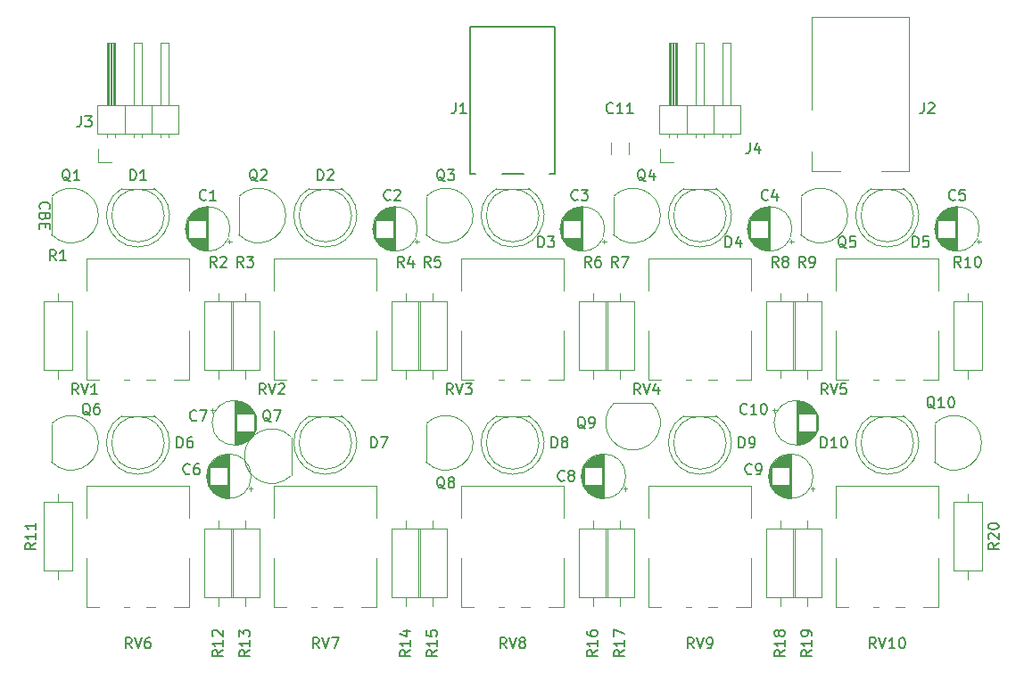
<source format=gbr>
G04 #@! TF.GenerationSoftware,KiCad,Pcbnew,(5.1.4)-1*
G04 #@! TF.CreationDate,2020-12-21T11:31:01-05:00*
G04 #@! TF.ProjectId,buzzybox,62757a7a-7962-46f7-982e-6b696361645f,rev?*
G04 #@! TF.SameCoordinates,Original*
G04 #@! TF.FileFunction,Legend,Top*
G04 #@! TF.FilePolarity,Positive*
%FSLAX46Y46*%
G04 Gerber Fmt 4.6, Leading zero omitted, Abs format (unit mm)*
G04 Created by KiCad (PCBNEW (5.1.4)-1) date 2020-12-21 11:31:01*
%MOMM*%
%LPD*%
G04 APERTURE LIST*
%ADD10C,0.150000*%
%ADD11C,0.120000*%
G04 APERTURE END LIST*
D10*
X66952857Y-65397142D02*
X66905238Y-65349523D01*
X66857619Y-65206666D01*
X66857619Y-65111428D01*
X66905238Y-64968571D01*
X67000476Y-64873333D01*
X67095714Y-64825714D01*
X67286190Y-64778095D01*
X67429047Y-64778095D01*
X67619523Y-64825714D01*
X67714761Y-64873333D01*
X67810000Y-64968571D01*
X67857619Y-65111428D01*
X67857619Y-65206666D01*
X67810000Y-65349523D01*
X67762380Y-65397142D01*
X67381428Y-66159047D02*
X67333809Y-66301904D01*
X67286190Y-66349523D01*
X67190952Y-66397142D01*
X67048095Y-66397142D01*
X66952857Y-66349523D01*
X66905238Y-66301904D01*
X66857619Y-66206666D01*
X66857619Y-65825714D01*
X67857619Y-65825714D01*
X67857619Y-66159047D01*
X67810000Y-66254285D01*
X67762380Y-66301904D01*
X67667142Y-66349523D01*
X67571904Y-66349523D01*
X67476666Y-66301904D01*
X67429047Y-66254285D01*
X67381428Y-66159047D01*
X67381428Y-65825714D01*
X67381428Y-66825714D02*
X67381428Y-67159047D01*
X66857619Y-67301904D02*
X66857619Y-66825714D01*
X67857619Y-66825714D01*
X67857619Y-67301904D01*
D11*
X151831522Y-89468478D02*
G75*
G03X156270000Y-87630000I1838478J1838478D01*
G01*
X151831522Y-85791522D02*
G75*
G02X156270000Y-87630000I1838478J-1838478D01*
G01*
X151820000Y-85830000D02*
X151820000Y-89430000D01*
X121351522Y-83886522D02*
G75*
G03X123190000Y-88325000I1838478J-1838478D01*
G01*
X125028478Y-83886522D02*
G75*
G02X123190000Y-88325000I-1838478J-1838478D01*
G01*
X124990000Y-83875000D02*
X121390000Y-83875000D01*
X103571522Y-89468478D02*
G75*
G03X108010000Y-87630000I1838478J1838478D01*
G01*
X103571522Y-85791522D02*
G75*
G02X108010000Y-87630000I1838478J-1838478D01*
G01*
X103560000Y-85830000D02*
X103560000Y-89430000D01*
X90738478Y-87061522D02*
G75*
G03X86300000Y-88900000I-1838478J-1838478D01*
G01*
X90738478Y-90738478D02*
G75*
G02X86300000Y-88900000I-1838478J1838478D01*
G01*
X90750000Y-90700000D02*
X90750000Y-87100000D01*
X68011522Y-89468478D02*
G75*
G03X72450000Y-87630000I1838478J1838478D01*
G01*
X68011522Y-85791522D02*
G75*
G02X72450000Y-87630000I1838478J-1838478D01*
G01*
X68000000Y-85830000D02*
X68000000Y-89430000D01*
X139131522Y-67878478D02*
G75*
G03X143570000Y-66040000I1838478J1838478D01*
G01*
X139131522Y-64201522D02*
G75*
G02X143570000Y-66040000I1838478J-1838478D01*
G01*
X139120000Y-64240000D02*
X139120000Y-67840000D01*
X121351522Y-67878478D02*
G75*
G03X125790000Y-66040000I1838478J1838478D01*
G01*
X121351522Y-64201522D02*
G75*
G02X125790000Y-66040000I1838478J-1838478D01*
G01*
X121340000Y-64240000D02*
X121340000Y-67840000D01*
X103571522Y-67878478D02*
G75*
G03X108010000Y-66040000I1838478J1838478D01*
G01*
X103571522Y-64201522D02*
G75*
G02X108010000Y-66040000I1838478J-1838478D01*
G01*
X103560000Y-64240000D02*
X103560000Y-67840000D01*
X85791522Y-67878478D02*
G75*
G03X90230000Y-66040000I1838478J1838478D01*
G01*
X85791522Y-64201522D02*
G75*
G02X90230000Y-66040000I1838478J-1838478D01*
G01*
X85780000Y-64240000D02*
X85780000Y-67840000D01*
X68011522Y-67878478D02*
G75*
G03X72450000Y-66040000I1838478J1838478D01*
G01*
X68011522Y-64201522D02*
G75*
G02X72450000Y-66040000I1838478J-1838478D01*
G01*
X68000000Y-64240000D02*
X68000000Y-67840000D01*
X136630199Y-84330000D02*
X136630199Y-84730000D01*
X136430199Y-84530000D02*
X136830199Y-84530000D01*
X140781000Y-85355000D02*
X140781000Y-86095000D01*
X140741000Y-85188000D02*
X140741000Y-86262000D01*
X140701000Y-85061000D02*
X140701000Y-86389000D01*
X140661000Y-84957000D02*
X140661000Y-86493000D01*
X140621000Y-84866000D02*
X140621000Y-86584000D01*
X140581000Y-84785000D02*
X140581000Y-86665000D01*
X140541000Y-84712000D02*
X140541000Y-86738000D01*
X140501000Y-86565000D02*
X140501000Y-86805000D01*
X140501000Y-84645000D02*
X140501000Y-84885000D01*
X140461000Y-86565000D02*
X140461000Y-86867000D01*
X140461000Y-84583000D02*
X140461000Y-84885000D01*
X140421000Y-86565000D02*
X140421000Y-86925000D01*
X140421000Y-84525000D02*
X140421000Y-84885000D01*
X140381000Y-86565000D02*
X140381000Y-86979000D01*
X140381000Y-84471000D02*
X140381000Y-84885000D01*
X140341000Y-86565000D02*
X140341000Y-87029000D01*
X140341000Y-84421000D02*
X140341000Y-84885000D01*
X140301000Y-86565000D02*
X140301000Y-87076000D01*
X140301000Y-84374000D02*
X140301000Y-84885000D01*
X140261000Y-86565000D02*
X140261000Y-87121000D01*
X140261000Y-84329000D02*
X140261000Y-84885000D01*
X140221000Y-86565000D02*
X140221000Y-87163000D01*
X140221000Y-84287000D02*
X140221000Y-84885000D01*
X140181000Y-86565000D02*
X140181000Y-87203000D01*
X140181000Y-84247000D02*
X140181000Y-84885000D01*
X140141000Y-86565000D02*
X140141000Y-87241000D01*
X140141000Y-84209000D02*
X140141000Y-84885000D01*
X140101000Y-86565000D02*
X140101000Y-87277000D01*
X140101000Y-84173000D02*
X140101000Y-84885000D01*
X140061000Y-86565000D02*
X140061000Y-87312000D01*
X140061000Y-84138000D02*
X140061000Y-84885000D01*
X140021000Y-86565000D02*
X140021000Y-87344000D01*
X140021000Y-84106000D02*
X140021000Y-84885000D01*
X139981000Y-86565000D02*
X139981000Y-87375000D01*
X139981000Y-84075000D02*
X139981000Y-84885000D01*
X139941000Y-86565000D02*
X139941000Y-87405000D01*
X139941000Y-84045000D02*
X139941000Y-84885000D01*
X139901000Y-86565000D02*
X139901000Y-87433000D01*
X139901000Y-84017000D02*
X139901000Y-84885000D01*
X139861000Y-86565000D02*
X139861000Y-87460000D01*
X139861000Y-83990000D02*
X139861000Y-84885000D01*
X139821000Y-86565000D02*
X139821000Y-87485000D01*
X139821000Y-83965000D02*
X139821000Y-84885000D01*
X139781000Y-86565000D02*
X139781000Y-87510000D01*
X139781000Y-83940000D02*
X139781000Y-84885000D01*
X139741000Y-86565000D02*
X139741000Y-87533000D01*
X139741000Y-83917000D02*
X139741000Y-84885000D01*
X139701000Y-86565000D02*
X139701000Y-87555000D01*
X139701000Y-83895000D02*
X139701000Y-84885000D01*
X139661000Y-86565000D02*
X139661000Y-87576000D01*
X139661000Y-83874000D02*
X139661000Y-84885000D01*
X139621000Y-86565000D02*
X139621000Y-87595000D01*
X139621000Y-83855000D02*
X139621000Y-84885000D01*
X139581000Y-86565000D02*
X139581000Y-87614000D01*
X139581000Y-83836000D02*
X139581000Y-84885000D01*
X139541000Y-86565000D02*
X139541000Y-87632000D01*
X139541000Y-83818000D02*
X139541000Y-84885000D01*
X139501000Y-86565000D02*
X139501000Y-87649000D01*
X139501000Y-83801000D02*
X139501000Y-84885000D01*
X139461000Y-86565000D02*
X139461000Y-87665000D01*
X139461000Y-83785000D02*
X139461000Y-84885000D01*
X139421000Y-86565000D02*
X139421000Y-87679000D01*
X139421000Y-83771000D02*
X139421000Y-84885000D01*
X139380000Y-86565000D02*
X139380000Y-87693000D01*
X139380000Y-83757000D02*
X139380000Y-84885000D01*
X139340000Y-86565000D02*
X139340000Y-87707000D01*
X139340000Y-83743000D02*
X139340000Y-84885000D01*
X139300000Y-86565000D02*
X139300000Y-87719000D01*
X139300000Y-83731000D02*
X139300000Y-84885000D01*
X139260000Y-86565000D02*
X139260000Y-87730000D01*
X139260000Y-83720000D02*
X139260000Y-84885000D01*
X139220000Y-86565000D02*
X139220000Y-87741000D01*
X139220000Y-83709000D02*
X139220000Y-84885000D01*
X139180000Y-86565000D02*
X139180000Y-87750000D01*
X139180000Y-83700000D02*
X139180000Y-84885000D01*
X139140000Y-86565000D02*
X139140000Y-87759000D01*
X139140000Y-83691000D02*
X139140000Y-84885000D01*
X139100000Y-86565000D02*
X139100000Y-87767000D01*
X139100000Y-83683000D02*
X139100000Y-84885000D01*
X139060000Y-86565000D02*
X139060000Y-87775000D01*
X139060000Y-83675000D02*
X139060000Y-84885000D01*
X139020000Y-86565000D02*
X139020000Y-87781000D01*
X139020000Y-83669000D02*
X139020000Y-84885000D01*
X138980000Y-86565000D02*
X138980000Y-87787000D01*
X138980000Y-83663000D02*
X138980000Y-84885000D01*
X138940000Y-86565000D02*
X138940000Y-87792000D01*
X138940000Y-83658000D02*
X138940000Y-84885000D01*
X138900000Y-86565000D02*
X138900000Y-87796000D01*
X138900000Y-83654000D02*
X138900000Y-84885000D01*
X138860000Y-83651000D02*
X138860000Y-87799000D01*
X138820000Y-83648000D02*
X138820000Y-87802000D01*
X138780000Y-83646000D02*
X138780000Y-87804000D01*
X138740000Y-83645000D02*
X138740000Y-87805000D01*
X138700000Y-83645000D02*
X138700000Y-87805000D01*
X140820000Y-85725000D02*
G75*
G03X140820000Y-85725000I-2120000J0D01*
G01*
X140229801Y-92200000D02*
X140229801Y-91800000D01*
X140429801Y-92000000D02*
X140029801Y-92000000D01*
X136079000Y-91175000D02*
X136079000Y-90435000D01*
X136119000Y-91342000D02*
X136119000Y-90268000D01*
X136159000Y-91469000D02*
X136159000Y-90141000D01*
X136199000Y-91573000D02*
X136199000Y-90037000D01*
X136239000Y-91664000D02*
X136239000Y-89946000D01*
X136279000Y-91745000D02*
X136279000Y-89865000D01*
X136319000Y-91818000D02*
X136319000Y-89792000D01*
X136359000Y-89965000D02*
X136359000Y-89725000D01*
X136359000Y-91885000D02*
X136359000Y-91645000D01*
X136399000Y-89965000D02*
X136399000Y-89663000D01*
X136399000Y-91947000D02*
X136399000Y-91645000D01*
X136439000Y-89965000D02*
X136439000Y-89605000D01*
X136439000Y-92005000D02*
X136439000Y-91645000D01*
X136479000Y-89965000D02*
X136479000Y-89551000D01*
X136479000Y-92059000D02*
X136479000Y-91645000D01*
X136519000Y-89965000D02*
X136519000Y-89501000D01*
X136519000Y-92109000D02*
X136519000Y-91645000D01*
X136559000Y-89965000D02*
X136559000Y-89454000D01*
X136559000Y-92156000D02*
X136559000Y-91645000D01*
X136599000Y-89965000D02*
X136599000Y-89409000D01*
X136599000Y-92201000D02*
X136599000Y-91645000D01*
X136639000Y-89965000D02*
X136639000Y-89367000D01*
X136639000Y-92243000D02*
X136639000Y-91645000D01*
X136679000Y-89965000D02*
X136679000Y-89327000D01*
X136679000Y-92283000D02*
X136679000Y-91645000D01*
X136719000Y-89965000D02*
X136719000Y-89289000D01*
X136719000Y-92321000D02*
X136719000Y-91645000D01*
X136759000Y-89965000D02*
X136759000Y-89253000D01*
X136759000Y-92357000D02*
X136759000Y-91645000D01*
X136799000Y-89965000D02*
X136799000Y-89218000D01*
X136799000Y-92392000D02*
X136799000Y-91645000D01*
X136839000Y-89965000D02*
X136839000Y-89186000D01*
X136839000Y-92424000D02*
X136839000Y-91645000D01*
X136879000Y-89965000D02*
X136879000Y-89155000D01*
X136879000Y-92455000D02*
X136879000Y-91645000D01*
X136919000Y-89965000D02*
X136919000Y-89125000D01*
X136919000Y-92485000D02*
X136919000Y-91645000D01*
X136959000Y-89965000D02*
X136959000Y-89097000D01*
X136959000Y-92513000D02*
X136959000Y-91645000D01*
X136999000Y-89965000D02*
X136999000Y-89070000D01*
X136999000Y-92540000D02*
X136999000Y-91645000D01*
X137039000Y-89965000D02*
X137039000Y-89045000D01*
X137039000Y-92565000D02*
X137039000Y-91645000D01*
X137079000Y-89965000D02*
X137079000Y-89020000D01*
X137079000Y-92590000D02*
X137079000Y-91645000D01*
X137119000Y-89965000D02*
X137119000Y-88997000D01*
X137119000Y-92613000D02*
X137119000Y-91645000D01*
X137159000Y-89965000D02*
X137159000Y-88975000D01*
X137159000Y-92635000D02*
X137159000Y-91645000D01*
X137199000Y-89965000D02*
X137199000Y-88954000D01*
X137199000Y-92656000D02*
X137199000Y-91645000D01*
X137239000Y-89965000D02*
X137239000Y-88935000D01*
X137239000Y-92675000D02*
X137239000Y-91645000D01*
X137279000Y-89965000D02*
X137279000Y-88916000D01*
X137279000Y-92694000D02*
X137279000Y-91645000D01*
X137319000Y-89965000D02*
X137319000Y-88898000D01*
X137319000Y-92712000D02*
X137319000Y-91645000D01*
X137359000Y-89965000D02*
X137359000Y-88881000D01*
X137359000Y-92729000D02*
X137359000Y-91645000D01*
X137399000Y-89965000D02*
X137399000Y-88865000D01*
X137399000Y-92745000D02*
X137399000Y-91645000D01*
X137439000Y-89965000D02*
X137439000Y-88851000D01*
X137439000Y-92759000D02*
X137439000Y-91645000D01*
X137480000Y-89965000D02*
X137480000Y-88837000D01*
X137480000Y-92773000D02*
X137480000Y-91645000D01*
X137520000Y-89965000D02*
X137520000Y-88823000D01*
X137520000Y-92787000D02*
X137520000Y-91645000D01*
X137560000Y-89965000D02*
X137560000Y-88811000D01*
X137560000Y-92799000D02*
X137560000Y-91645000D01*
X137600000Y-89965000D02*
X137600000Y-88800000D01*
X137600000Y-92810000D02*
X137600000Y-91645000D01*
X137640000Y-89965000D02*
X137640000Y-88789000D01*
X137640000Y-92821000D02*
X137640000Y-91645000D01*
X137680000Y-89965000D02*
X137680000Y-88780000D01*
X137680000Y-92830000D02*
X137680000Y-91645000D01*
X137720000Y-89965000D02*
X137720000Y-88771000D01*
X137720000Y-92839000D02*
X137720000Y-91645000D01*
X137760000Y-89965000D02*
X137760000Y-88763000D01*
X137760000Y-92847000D02*
X137760000Y-91645000D01*
X137800000Y-89965000D02*
X137800000Y-88755000D01*
X137800000Y-92855000D02*
X137800000Y-91645000D01*
X137840000Y-89965000D02*
X137840000Y-88749000D01*
X137840000Y-92861000D02*
X137840000Y-91645000D01*
X137880000Y-89965000D02*
X137880000Y-88743000D01*
X137880000Y-92867000D02*
X137880000Y-91645000D01*
X137920000Y-89965000D02*
X137920000Y-88738000D01*
X137920000Y-92872000D02*
X137920000Y-91645000D01*
X137960000Y-89965000D02*
X137960000Y-88734000D01*
X137960000Y-92876000D02*
X137960000Y-91645000D01*
X138000000Y-92879000D02*
X138000000Y-88731000D01*
X138040000Y-92882000D02*
X138040000Y-88728000D01*
X138080000Y-92884000D02*
X138080000Y-88726000D01*
X138120000Y-92885000D02*
X138120000Y-88725000D01*
X138160000Y-92885000D02*
X138160000Y-88725000D01*
X140280000Y-90805000D02*
G75*
G03X140280000Y-90805000I-2120000J0D01*
G01*
X122449801Y-92200000D02*
X122449801Y-91800000D01*
X122649801Y-92000000D02*
X122249801Y-92000000D01*
X118299000Y-91175000D02*
X118299000Y-90435000D01*
X118339000Y-91342000D02*
X118339000Y-90268000D01*
X118379000Y-91469000D02*
X118379000Y-90141000D01*
X118419000Y-91573000D02*
X118419000Y-90037000D01*
X118459000Y-91664000D02*
X118459000Y-89946000D01*
X118499000Y-91745000D02*
X118499000Y-89865000D01*
X118539000Y-91818000D02*
X118539000Y-89792000D01*
X118579000Y-89965000D02*
X118579000Y-89725000D01*
X118579000Y-91885000D02*
X118579000Y-91645000D01*
X118619000Y-89965000D02*
X118619000Y-89663000D01*
X118619000Y-91947000D02*
X118619000Y-91645000D01*
X118659000Y-89965000D02*
X118659000Y-89605000D01*
X118659000Y-92005000D02*
X118659000Y-91645000D01*
X118699000Y-89965000D02*
X118699000Y-89551000D01*
X118699000Y-92059000D02*
X118699000Y-91645000D01*
X118739000Y-89965000D02*
X118739000Y-89501000D01*
X118739000Y-92109000D02*
X118739000Y-91645000D01*
X118779000Y-89965000D02*
X118779000Y-89454000D01*
X118779000Y-92156000D02*
X118779000Y-91645000D01*
X118819000Y-89965000D02*
X118819000Y-89409000D01*
X118819000Y-92201000D02*
X118819000Y-91645000D01*
X118859000Y-89965000D02*
X118859000Y-89367000D01*
X118859000Y-92243000D02*
X118859000Y-91645000D01*
X118899000Y-89965000D02*
X118899000Y-89327000D01*
X118899000Y-92283000D02*
X118899000Y-91645000D01*
X118939000Y-89965000D02*
X118939000Y-89289000D01*
X118939000Y-92321000D02*
X118939000Y-91645000D01*
X118979000Y-89965000D02*
X118979000Y-89253000D01*
X118979000Y-92357000D02*
X118979000Y-91645000D01*
X119019000Y-89965000D02*
X119019000Y-89218000D01*
X119019000Y-92392000D02*
X119019000Y-91645000D01*
X119059000Y-89965000D02*
X119059000Y-89186000D01*
X119059000Y-92424000D02*
X119059000Y-91645000D01*
X119099000Y-89965000D02*
X119099000Y-89155000D01*
X119099000Y-92455000D02*
X119099000Y-91645000D01*
X119139000Y-89965000D02*
X119139000Y-89125000D01*
X119139000Y-92485000D02*
X119139000Y-91645000D01*
X119179000Y-89965000D02*
X119179000Y-89097000D01*
X119179000Y-92513000D02*
X119179000Y-91645000D01*
X119219000Y-89965000D02*
X119219000Y-89070000D01*
X119219000Y-92540000D02*
X119219000Y-91645000D01*
X119259000Y-89965000D02*
X119259000Y-89045000D01*
X119259000Y-92565000D02*
X119259000Y-91645000D01*
X119299000Y-89965000D02*
X119299000Y-89020000D01*
X119299000Y-92590000D02*
X119299000Y-91645000D01*
X119339000Y-89965000D02*
X119339000Y-88997000D01*
X119339000Y-92613000D02*
X119339000Y-91645000D01*
X119379000Y-89965000D02*
X119379000Y-88975000D01*
X119379000Y-92635000D02*
X119379000Y-91645000D01*
X119419000Y-89965000D02*
X119419000Y-88954000D01*
X119419000Y-92656000D02*
X119419000Y-91645000D01*
X119459000Y-89965000D02*
X119459000Y-88935000D01*
X119459000Y-92675000D02*
X119459000Y-91645000D01*
X119499000Y-89965000D02*
X119499000Y-88916000D01*
X119499000Y-92694000D02*
X119499000Y-91645000D01*
X119539000Y-89965000D02*
X119539000Y-88898000D01*
X119539000Y-92712000D02*
X119539000Y-91645000D01*
X119579000Y-89965000D02*
X119579000Y-88881000D01*
X119579000Y-92729000D02*
X119579000Y-91645000D01*
X119619000Y-89965000D02*
X119619000Y-88865000D01*
X119619000Y-92745000D02*
X119619000Y-91645000D01*
X119659000Y-89965000D02*
X119659000Y-88851000D01*
X119659000Y-92759000D02*
X119659000Y-91645000D01*
X119700000Y-89965000D02*
X119700000Y-88837000D01*
X119700000Y-92773000D02*
X119700000Y-91645000D01*
X119740000Y-89965000D02*
X119740000Y-88823000D01*
X119740000Y-92787000D02*
X119740000Y-91645000D01*
X119780000Y-89965000D02*
X119780000Y-88811000D01*
X119780000Y-92799000D02*
X119780000Y-91645000D01*
X119820000Y-89965000D02*
X119820000Y-88800000D01*
X119820000Y-92810000D02*
X119820000Y-91645000D01*
X119860000Y-89965000D02*
X119860000Y-88789000D01*
X119860000Y-92821000D02*
X119860000Y-91645000D01*
X119900000Y-89965000D02*
X119900000Y-88780000D01*
X119900000Y-92830000D02*
X119900000Y-91645000D01*
X119940000Y-89965000D02*
X119940000Y-88771000D01*
X119940000Y-92839000D02*
X119940000Y-91645000D01*
X119980000Y-89965000D02*
X119980000Y-88763000D01*
X119980000Y-92847000D02*
X119980000Y-91645000D01*
X120020000Y-89965000D02*
X120020000Y-88755000D01*
X120020000Y-92855000D02*
X120020000Y-91645000D01*
X120060000Y-89965000D02*
X120060000Y-88749000D01*
X120060000Y-92861000D02*
X120060000Y-91645000D01*
X120100000Y-89965000D02*
X120100000Y-88743000D01*
X120100000Y-92867000D02*
X120100000Y-91645000D01*
X120140000Y-89965000D02*
X120140000Y-88738000D01*
X120140000Y-92872000D02*
X120140000Y-91645000D01*
X120180000Y-89965000D02*
X120180000Y-88734000D01*
X120180000Y-92876000D02*
X120180000Y-91645000D01*
X120220000Y-92879000D02*
X120220000Y-88731000D01*
X120260000Y-92882000D02*
X120260000Y-88728000D01*
X120300000Y-92884000D02*
X120300000Y-88726000D01*
X120340000Y-92885000D02*
X120340000Y-88725000D01*
X120380000Y-92885000D02*
X120380000Y-88725000D01*
X122500000Y-90805000D02*
G75*
G03X122500000Y-90805000I-2120000J0D01*
G01*
X83290199Y-84330000D02*
X83290199Y-84730000D01*
X83090199Y-84530000D02*
X83490199Y-84530000D01*
X87441000Y-85355000D02*
X87441000Y-86095000D01*
X87401000Y-85188000D02*
X87401000Y-86262000D01*
X87361000Y-85061000D02*
X87361000Y-86389000D01*
X87321000Y-84957000D02*
X87321000Y-86493000D01*
X87281000Y-84866000D02*
X87281000Y-86584000D01*
X87241000Y-84785000D02*
X87241000Y-86665000D01*
X87201000Y-84712000D02*
X87201000Y-86738000D01*
X87161000Y-86565000D02*
X87161000Y-86805000D01*
X87161000Y-84645000D02*
X87161000Y-84885000D01*
X87121000Y-86565000D02*
X87121000Y-86867000D01*
X87121000Y-84583000D02*
X87121000Y-84885000D01*
X87081000Y-86565000D02*
X87081000Y-86925000D01*
X87081000Y-84525000D02*
X87081000Y-84885000D01*
X87041000Y-86565000D02*
X87041000Y-86979000D01*
X87041000Y-84471000D02*
X87041000Y-84885000D01*
X87001000Y-86565000D02*
X87001000Y-87029000D01*
X87001000Y-84421000D02*
X87001000Y-84885000D01*
X86961000Y-86565000D02*
X86961000Y-87076000D01*
X86961000Y-84374000D02*
X86961000Y-84885000D01*
X86921000Y-86565000D02*
X86921000Y-87121000D01*
X86921000Y-84329000D02*
X86921000Y-84885000D01*
X86881000Y-86565000D02*
X86881000Y-87163000D01*
X86881000Y-84287000D02*
X86881000Y-84885000D01*
X86841000Y-86565000D02*
X86841000Y-87203000D01*
X86841000Y-84247000D02*
X86841000Y-84885000D01*
X86801000Y-86565000D02*
X86801000Y-87241000D01*
X86801000Y-84209000D02*
X86801000Y-84885000D01*
X86761000Y-86565000D02*
X86761000Y-87277000D01*
X86761000Y-84173000D02*
X86761000Y-84885000D01*
X86721000Y-86565000D02*
X86721000Y-87312000D01*
X86721000Y-84138000D02*
X86721000Y-84885000D01*
X86681000Y-86565000D02*
X86681000Y-87344000D01*
X86681000Y-84106000D02*
X86681000Y-84885000D01*
X86641000Y-86565000D02*
X86641000Y-87375000D01*
X86641000Y-84075000D02*
X86641000Y-84885000D01*
X86601000Y-86565000D02*
X86601000Y-87405000D01*
X86601000Y-84045000D02*
X86601000Y-84885000D01*
X86561000Y-86565000D02*
X86561000Y-87433000D01*
X86561000Y-84017000D02*
X86561000Y-84885000D01*
X86521000Y-86565000D02*
X86521000Y-87460000D01*
X86521000Y-83990000D02*
X86521000Y-84885000D01*
X86481000Y-86565000D02*
X86481000Y-87485000D01*
X86481000Y-83965000D02*
X86481000Y-84885000D01*
X86441000Y-86565000D02*
X86441000Y-87510000D01*
X86441000Y-83940000D02*
X86441000Y-84885000D01*
X86401000Y-86565000D02*
X86401000Y-87533000D01*
X86401000Y-83917000D02*
X86401000Y-84885000D01*
X86361000Y-86565000D02*
X86361000Y-87555000D01*
X86361000Y-83895000D02*
X86361000Y-84885000D01*
X86321000Y-86565000D02*
X86321000Y-87576000D01*
X86321000Y-83874000D02*
X86321000Y-84885000D01*
X86281000Y-86565000D02*
X86281000Y-87595000D01*
X86281000Y-83855000D02*
X86281000Y-84885000D01*
X86241000Y-86565000D02*
X86241000Y-87614000D01*
X86241000Y-83836000D02*
X86241000Y-84885000D01*
X86201000Y-86565000D02*
X86201000Y-87632000D01*
X86201000Y-83818000D02*
X86201000Y-84885000D01*
X86161000Y-86565000D02*
X86161000Y-87649000D01*
X86161000Y-83801000D02*
X86161000Y-84885000D01*
X86121000Y-86565000D02*
X86121000Y-87665000D01*
X86121000Y-83785000D02*
X86121000Y-84885000D01*
X86081000Y-86565000D02*
X86081000Y-87679000D01*
X86081000Y-83771000D02*
X86081000Y-84885000D01*
X86040000Y-86565000D02*
X86040000Y-87693000D01*
X86040000Y-83757000D02*
X86040000Y-84885000D01*
X86000000Y-86565000D02*
X86000000Y-87707000D01*
X86000000Y-83743000D02*
X86000000Y-84885000D01*
X85960000Y-86565000D02*
X85960000Y-87719000D01*
X85960000Y-83731000D02*
X85960000Y-84885000D01*
X85920000Y-86565000D02*
X85920000Y-87730000D01*
X85920000Y-83720000D02*
X85920000Y-84885000D01*
X85880000Y-86565000D02*
X85880000Y-87741000D01*
X85880000Y-83709000D02*
X85880000Y-84885000D01*
X85840000Y-86565000D02*
X85840000Y-87750000D01*
X85840000Y-83700000D02*
X85840000Y-84885000D01*
X85800000Y-86565000D02*
X85800000Y-87759000D01*
X85800000Y-83691000D02*
X85800000Y-84885000D01*
X85760000Y-86565000D02*
X85760000Y-87767000D01*
X85760000Y-83683000D02*
X85760000Y-84885000D01*
X85720000Y-86565000D02*
X85720000Y-87775000D01*
X85720000Y-83675000D02*
X85720000Y-84885000D01*
X85680000Y-86565000D02*
X85680000Y-87781000D01*
X85680000Y-83669000D02*
X85680000Y-84885000D01*
X85640000Y-86565000D02*
X85640000Y-87787000D01*
X85640000Y-83663000D02*
X85640000Y-84885000D01*
X85600000Y-86565000D02*
X85600000Y-87792000D01*
X85600000Y-83658000D02*
X85600000Y-84885000D01*
X85560000Y-86565000D02*
X85560000Y-87796000D01*
X85560000Y-83654000D02*
X85560000Y-84885000D01*
X85520000Y-83651000D02*
X85520000Y-87799000D01*
X85480000Y-83648000D02*
X85480000Y-87802000D01*
X85440000Y-83646000D02*
X85440000Y-87804000D01*
X85400000Y-83645000D02*
X85400000Y-87805000D01*
X85360000Y-83645000D02*
X85360000Y-87805000D01*
X87480000Y-85725000D02*
G75*
G03X87480000Y-85725000I-2120000J0D01*
G01*
X86889801Y-92200000D02*
X86889801Y-91800000D01*
X87089801Y-92000000D02*
X86689801Y-92000000D01*
X82739000Y-91175000D02*
X82739000Y-90435000D01*
X82779000Y-91342000D02*
X82779000Y-90268000D01*
X82819000Y-91469000D02*
X82819000Y-90141000D01*
X82859000Y-91573000D02*
X82859000Y-90037000D01*
X82899000Y-91664000D02*
X82899000Y-89946000D01*
X82939000Y-91745000D02*
X82939000Y-89865000D01*
X82979000Y-91818000D02*
X82979000Y-89792000D01*
X83019000Y-89965000D02*
X83019000Y-89725000D01*
X83019000Y-91885000D02*
X83019000Y-91645000D01*
X83059000Y-89965000D02*
X83059000Y-89663000D01*
X83059000Y-91947000D02*
X83059000Y-91645000D01*
X83099000Y-89965000D02*
X83099000Y-89605000D01*
X83099000Y-92005000D02*
X83099000Y-91645000D01*
X83139000Y-89965000D02*
X83139000Y-89551000D01*
X83139000Y-92059000D02*
X83139000Y-91645000D01*
X83179000Y-89965000D02*
X83179000Y-89501000D01*
X83179000Y-92109000D02*
X83179000Y-91645000D01*
X83219000Y-89965000D02*
X83219000Y-89454000D01*
X83219000Y-92156000D02*
X83219000Y-91645000D01*
X83259000Y-89965000D02*
X83259000Y-89409000D01*
X83259000Y-92201000D02*
X83259000Y-91645000D01*
X83299000Y-89965000D02*
X83299000Y-89367000D01*
X83299000Y-92243000D02*
X83299000Y-91645000D01*
X83339000Y-89965000D02*
X83339000Y-89327000D01*
X83339000Y-92283000D02*
X83339000Y-91645000D01*
X83379000Y-89965000D02*
X83379000Y-89289000D01*
X83379000Y-92321000D02*
X83379000Y-91645000D01*
X83419000Y-89965000D02*
X83419000Y-89253000D01*
X83419000Y-92357000D02*
X83419000Y-91645000D01*
X83459000Y-89965000D02*
X83459000Y-89218000D01*
X83459000Y-92392000D02*
X83459000Y-91645000D01*
X83499000Y-89965000D02*
X83499000Y-89186000D01*
X83499000Y-92424000D02*
X83499000Y-91645000D01*
X83539000Y-89965000D02*
X83539000Y-89155000D01*
X83539000Y-92455000D02*
X83539000Y-91645000D01*
X83579000Y-89965000D02*
X83579000Y-89125000D01*
X83579000Y-92485000D02*
X83579000Y-91645000D01*
X83619000Y-89965000D02*
X83619000Y-89097000D01*
X83619000Y-92513000D02*
X83619000Y-91645000D01*
X83659000Y-89965000D02*
X83659000Y-89070000D01*
X83659000Y-92540000D02*
X83659000Y-91645000D01*
X83699000Y-89965000D02*
X83699000Y-89045000D01*
X83699000Y-92565000D02*
X83699000Y-91645000D01*
X83739000Y-89965000D02*
X83739000Y-89020000D01*
X83739000Y-92590000D02*
X83739000Y-91645000D01*
X83779000Y-89965000D02*
X83779000Y-88997000D01*
X83779000Y-92613000D02*
X83779000Y-91645000D01*
X83819000Y-89965000D02*
X83819000Y-88975000D01*
X83819000Y-92635000D02*
X83819000Y-91645000D01*
X83859000Y-89965000D02*
X83859000Y-88954000D01*
X83859000Y-92656000D02*
X83859000Y-91645000D01*
X83899000Y-89965000D02*
X83899000Y-88935000D01*
X83899000Y-92675000D02*
X83899000Y-91645000D01*
X83939000Y-89965000D02*
X83939000Y-88916000D01*
X83939000Y-92694000D02*
X83939000Y-91645000D01*
X83979000Y-89965000D02*
X83979000Y-88898000D01*
X83979000Y-92712000D02*
X83979000Y-91645000D01*
X84019000Y-89965000D02*
X84019000Y-88881000D01*
X84019000Y-92729000D02*
X84019000Y-91645000D01*
X84059000Y-89965000D02*
X84059000Y-88865000D01*
X84059000Y-92745000D02*
X84059000Y-91645000D01*
X84099000Y-89965000D02*
X84099000Y-88851000D01*
X84099000Y-92759000D02*
X84099000Y-91645000D01*
X84140000Y-89965000D02*
X84140000Y-88837000D01*
X84140000Y-92773000D02*
X84140000Y-91645000D01*
X84180000Y-89965000D02*
X84180000Y-88823000D01*
X84180000Y-92787000D02*
X84180000Y-91645000D01*
X84220000Y-89965000D02*
X84220000Y-88811000D01*
X84220000Y-92799000D02*
X84220000Y-91645000D01*
X84260000Y-89965000D02*
X84260000Y-88800000D01*
X84260000Y-92810000D02*
X84260000Y-91645000D01*
X84300000Y-89965000D02*
X84300000Y-88789000D01*
X84300000Y-92821000D02*
X84300000Y-91645000D01*
X84340000Y-89965000D02*
X84340000Y-88780000D01*
X84340000Y-92830000D02*
X84340000Y-91645000D01*
X84380000Y-89965000D02*
X84380000Y-88771000D01*
X84380000Y-92839000D02*
X84380000Y-91645000D01*
X84420000Y-89965000D02*
X84420000Y-88763000D01*
X84420000Y-92847000D02*
X84420000Y-91645000D01*
X84460000Y-89965000D02*
X84460000Y-88755000D01*
X84460000Y-92855000D02*
X84460000Y-91645000D01*
X84500000Y-89965000D02*
X84500000Y-88749000D01*
X84500000Y-92861000D02*
X84500000Y-91645000D01*
X84540000Y-89965000D02*
X84540000Y-88743000D01*
X84540000Y-92867000D02*
X84540000Y-91645000D01*
X84580000Y-89965000D02*
X84580000Y-88738000D01*
X84580000Y-92872000D02*
X84580000Y-91645000D01*
X84620000Y-89965000D02*
X84620000Y-88734000D01*
X84620000Y-92876000D02*
X84620000Y-91645000D01*
X84660000Y-92879000D02*
X84660000Y-88731000D01*
X84700000Y-92882000D02*
X84700000Y-88728000D01*
X84740000Y-92884000D02*
X84740000Y-88726000D01*
X84780000Y-92885000D02*
X84780000Y-88725000D01*
X84820000Y-92885000D02*
X84820000Y-88725000D01*
X86940000Y-90805000D02*
G75*
G03X86940000Y-90805000I-2120000J0D01*
G01*
X156009801Y-68705000D02*
X156009801Y-68305000D01*
X156209801Y-68505000D02*
X155809801Y-68505000D01*
X151859000Y-67680000D02*
X151859000Y-66940000D01*
X151899000Y-67847000D02*
X151899000Y-66773000D01*
X151939000Y-67974000D02*
X151939000Y-66646000D01*
X151979000Y-68078000D02*
X151979000Y-66542000D01*
X152019000Y-68169000D02*
X152019000Y-66451000D01*
X152059000Y-68250000D02*
X152059000Y-66370000D01*
X152099000Y-68323000D02*
X152099000Y-66297000D01*
X152139000Y-66470000D02*
X152139000Y-66230000D01*
X152139000Y-68390000D02*
X152139000Y-68150000D01*
X152179000Y-66470000D02*
X152179000Y-66168000D01*
X152179000Y-68452000D02*
X152179000Y-68150000D01*
X152219000Y-66470000D02*
X152219000Y-66110000D01*
X152219000Y-68510000D02*
X152219000Y-68150000D01*
X152259000Y-66470000D02*
X152259000Y-66056000D01*
X152259000Y-68564000D02*
X152259000Y-68150000D01*
X152299000Y-66470000D02*
X152299000Y-66006000D01*
X152299000Y-68614000D02*
X152299000Y-68150000D01*
X152339000Y-66470000D02*
X152339000Y-65959000D01*
X152339000Y-68661000D02*
X152339000Y-68150000D01*
X152379000Y-66470000D02*
X152379000Y-65914000D01*
X152379000Y-68706000D02*
X152379000Y-68150000D01*
X152419000Y-66470000D02*
X152419000Y-65872000D01*
X152419000Y-68748000D02*
X152419000Y-68150000D01*
X152459000Y-66470000D02*
X152459000Y-65832000D01*
X152459000Y-68788000D02*
X152459000Y-68150000D01*
X152499000Y-66470000D02*
X152499000Y-65794000D01*
X152499000Y-68826000D02*
X152499000Y-68150000D01*
X152539000Y-66470000D02*
X152539000Y-65758000D01*
X152539000Y-68862000D02*
X152539000Y-68150000D01*
X152579000Y-66470000D02*
X152579000Y-65723000D01*
X152579000Y-68897000D02*
X152579000Y-68150000D01*
X152619000Y-66470000D02*
X152619000Y-65691000D01*
X152619000Y-68929000D02*
X152619000Y-68150000D01*
X152659000Y-66470000D02*
X152659000Y-65660000D01*
X152659000Y-68960000D02*
X152659000Y-68150000D01*
X152699000Y-66470000D02*
X152699000Y-65630000D01*
X152699000Y-68990000D02*
X152699000Y-68150000D01*
X152739000Y-66470000D02*
X152739000Y-65602000D01*
X152739000Y-69018000D02*
X152739000Y-68150000D01*
X152779000Y-66470000D02*
X152779000Y-65575000D01*
X152779000Y-69045000D02*
X152779000Y-68150000D01*
X152819000Y-66470000D02*
X152819000Y-65550000D01*
X152819000Y-69070000D02*
X152819000Y-68150000D01*
X152859000Y-66470000D02*
X152859000Y-65525000D01*
X152859000Y-69095000D02*
X152859000Y-68150000D01*
X152899000Y-66470000D02*
X152899000Y-65502000D01*
X152899000Y-69118000D02*
X152899000Y-68150000D01*
X152939000Y-66470000D02*
X152939000Y-65480000D01*
X152939000Y-69140000D02*
X152939000Y-68150000D01*
X152979000Y-66470000D02*
X152979000Y-65459000D01*
X152979000Y-69161000D02*
X152979000Y-68150000D01*
X153019000Y-66470000D02*
X153019000Y-65440000D01*
X153019000Y-69180000D02*
X153019000Y-68150000D01*
X153059000Y-66470000D02*
X153059000Y-65421000D01*
X153059000Y-69199000D02*
X153059000Y-68150000D01*
X153099000Y-66470000D02*
X153099000Y-65403000D01*
X153099000Y-69217000D02*
X153099000Y-68150000D01*
X153139000Y-66470000D02*
X153139000Y-65386000D01*
X153139000Y-69234000D02*
X153139000Y-68150000D01*
X153179000Y-66470000D02*
X153179000Y-65370000D01*
X153179000Y-69250000D02*
X153179000Y-68150000D01*
X153219000Y-66470000D02*
X153219000Y-65356000D01*
X153219000Y-69264000D02*
X153219000Y-68150000D01*
X153260000Y-66470000D02*
X153260000Y-65342000D01*
X153260000Y-69278000D02*
X153260000Y-68150000D01*
X153300000Y-66470000D02*
X153300000Y-65328000D01*
X153300000Y-69292000D02*
X153300000Y-68150000D01*
X153340000Y-66470000D02*
X153340000Y-65316000D01*
X153340000Y-69304000D02*
X153340000Y-68150000D01*
X153380000Y-66470000D02*
X153380000Y-65305000D01*
X153380000Y-69315000D02*
X153380000Y-68150000D01*
X153420000Y-66470000D02*
X153420000Y-65294000D01*
X153420000Y-69326000D02*
X153420000Y-68150000D01*
X153460000Y-66470000D02*
X153460000Y-65285000D01*
X153460000Y-69335000D02*
X153460000Y-68150000D01*
X153500000Y-66470000D02*
X153500000Y-65276000D01*
X153500000Y-69344000D02*
X153500000Y-68150000D01*
X153540000Y-66470000D02*
X153540000Y-65268000D01*
X153540000Y-69352000D02*
X153540000Y-68150000D01*
X153580000Y-66470000D02*
X153580000Y-65260000D01*
X153580000Y-69360000D02*
X153580000Y-68150000D01*
X153620000Y-66470000D02*
X153620000Y-65254000D01*
X153620000Y-69366000D02*
X153620000Y-68150000D01*
X153660000Y-66470000D02*
X153660000Y-65248000D01*
X153660000Y-69372000D02*
X153660000Y-68150000D01*
X153700000Y-66470000D02*
X153700000Y-65243000D01*
X153700000Y-69377000D02*
X153700000Y-68150000D01*
X153740000Y-66470000D02*
X153740000Y-65239000D01*
X153740000Y-69381000D02*
X153740000Y-68150000D01*
X153780000Y-69384000D02*
X153780000Y-65236000D01*
X153820000Y-69387000D02*
X153820000Y-65233000D01*
X153860000Y-69389000D02*
X153860000Y-65231000D01*
X153900000Y-69390000D02*
X153900000Y-65230000D01*
X153940000Y-69390000D02*
X153940000Y-65230000D01*
X156060000Y-67310000D02*
G75*
G03X156060000Y-67310000I-2120000J0D01*
G01*
X138229801Y-68705000D02*
X138229801Y-68305000D01*
X138429801Y-68505000D02*
X138029801Y-68505000D01*
X134079000Y-67680000D02*
X134079000Y-66940000D01*
X134119000Y-67847000D02*
X134119000Y-66773000D01*
X134159000Y-67974000D02*
X134159000Y-66646000D01*
X134199000Y-68078000D02*
X134199000Y-66542000D01*
X134239000Y-68169000D02*
X134239000Y-66451000D01*
X134279000Y-68250000D02*
X134279000Y-66370000D01*
X134319000Y-68323000D02*
X134319000Y-66297000D01*
X134359000Y-66470000D02*
X134359000Y-66230000D01*
X134359000Y-68390000D02*
X134359000Y-68150000D01*
X134399000Y-66470000D02*
X134399000Y-66168000D01*
X134399000Y-68452000D02*
X134399000Y-68150000D01*
X134439000Y-66470000D02*
X134439000Y-66110000D01*
X134439000Y-68510000D02*
X134439000Y-68150000D01*
X134479000Y-66470000D02*
X134479000Y-66056000D01*
X134479000Y-68564000D02*
X134479000Y-68150000D01*
X134519000Y-66470000D02*
X134519000Y-66006000D01*
X134519000Y-68614000D02*
X134519000Y-68150000D01*
X134559000Y-66470000D02*
X134559000Y-65959000D01*
X134559000Y-68661000D02*
X134559000Y-68150000D01*
X134599000Y-66470000D02*
X134599000Y-65914000D01*
X134599000Y-68706000D02*
X134599000Y-68150000D01*
X134639000Y-66470000D02*
X134639000Y-65872000D01*
X134639000Y-68748000D02*
X134639000Y-68150000D01*
X134679000Y-66470000D02*
X134679000Y-65832000D01*
X134679000Y-68788000D02*
X134679000Y-68150000D01*
X134719000Y-66470000D02*
X134719000Y-65794000D01*
X134719000Y-68826000D02*
X134719000Y-68150000D01*
X134759000Y-66470000D02*
X134759000Y-65758000D01*
X134759000Y-68862000D02*
X134759000Y-68150000D01*
X134799000Y-66470000D02*
X134799000Y-65723000D01*
X134799000Y-68897000D02*
X134799000Y-68150000D01*
X134839000Y-66470000D02*
X134839000Y-65691000D01*
X134839000Y-68929000D02*
X134839000Y-68150000D01*
X134879000Y-66470000D02*
X134879000Y-65660000D01*
X134879000Y-68960000D02*
X134879000Y-68150000D01*
X134919000Y-66470000D02*
X134919000Y-65630000D01*
X134919000Y-68990000D02*
X134919000Y-68150000D01*
X134959000Y-66470000D02*
X134959000Y-65602000D01*
X134959000Y-69018000D02*
X134959000Y-68150000D01*
X134999000Y-66470000D02*
X134999000Y-65575000D01*
X134999000Y-69045000D02*
X134999000Y-68150000D01*
X135039000Y-66470000D02*
X135039000Y-65550000D01*
X135039000Y-69070000D02*
X135039000Y-68150000D01*
X135079000Y-66470000D02*
X135079000Y-65525000D01*
X135079000Y-69095000D02*
X135079000Y-68150000D01*
X135119000Y-66470000D02*
X135119000Y-65502000D01*
X135119000Y-69118000D02*
X135119000Y-68150000D01*
X135159000Y-66470000D02*
X135159000Y-65480000D01*
X135159000Y-69140000D02*
X135159000Y-68150000D01*
X135199000Y-66470000D02*
X135199000Y-65459000D01*
X135199000Y-69161000D02*
X135199000Y-68150000D01*
X135239000Y-66470000D02*
X135239000Y-65440000D01*
X135239000Y-69180000D02*
X135239000Y-68150000D01*
X135279000Y-66470000D02*
X135279000Y-65421000D01*
X135279000Y-69199000D02*
X135279000Y-68150000D01*
X135319000Y-66470000D02*
X135319000Y-65403000D01*
X135319000Y-69217000D02*
X135319000Y-68150000D01*
X135359000Y-66470000D02*
X135359000Y-65386000D01*
X135359000Y-69234000D02*
X135359000Y-68150000D01*
X135399000Y-66470000D02*
X135399000Y-65370000D01*
X135399000Y-69250000D02*
X135399000Y-68150000D01*
X135439000Y-66470000D02*
X135439000Y-65356000D01*
X135439000Y-69264000D02*
X135439000Y-68150000D01*
X135480000Y-66470000D02*
X135480000Y-65342000D01*
X135480000Y-69278000D02*
X135480000Y-68150000D01*
X135520000Y-66470000D02*
X135520000Y-65328000D01*
X135520000Y-69292000D02*
X135520000Y-68150000D01*
X135560000Y-66470000D02*
X135560000Y-65316000D01*
X135560000Y-69304000D02*
X135560000Y-68150000D01*
X135600000Y-66470000D02*
X135600000Y-65305000D01*
X135600000Y-69315000D02*
X135600000Y-68150000D01*
X135640000Y-66470000D02*
X135640000Y-65294000D01*
X135640000Y-69326000D02*
X135640000Y-68150000D01*
X135680000Y-66470000D02*
X135680000Y-65285000D01*
X135680000Y-69335000D02*
X135680000Y-68150000D01*
X135720000Y-66470000D02*
X135720000Y-65276000D01*
X135720000Y-69344000D02*
X135720000Y-68150000D01*
X135760000Y-66470000D02*
X135760000Y-65268000D01*
X135760000Y-69352000D02*
X135760000Y-68150000D01*
X135800000Y-66470000D02*
X135800000Y-65260000D01*
X135800000Y-69360000D02*
X135800000Y-68150000D01*
X135840000Y-66470000D02*
X135840000Y-65254000D01*
X135840000Y-69366000D02*
X135840000Y-68150000D01*
X135880000Y-66470000D02*
X135880000Y-65248000D01*
X135880000Y-69372000D02*
X135880000Y-68150000D01*
X135920000Y-66470000D02*
X135920000Y-65243000D01*
X135920000Y-69377000D02*
X135920000Y-68150000D01*
X135960000Y-66470000D02*
X135960000Y-65239000D01*
X135960000Y-69381000D02*
X135960000Y-68150000D01*
X136000000Y-69384000D02*
X136000000Y-65236000D01*
X136040000Y-69387000D02*
X136040000Y-65233000D01*
X136080000Y-69389000D02*
X136080000Y-65231000D01*
X136120000Y-69390000D02*
X136120000Y-65230000D01*
X136160000Y-69390000D02*
X136160000Y-65230000D01*
X138280000Y-67310000D02*
G75*
G03X138280000Y-67310000I-2120000J0D01*
G01*
X120449801Y-68705000D02*
X120449801Y-68305000D01*
X120649801Y-68505000D02*
X120249801Y-68505000D01*
X116299000Y-67680000D02*
X116299000Y-66940000D01*
X116339000Y-67847000D02*
X116339000Y-66773000D01*
X116379000Y-67974000D02*
X116379000Y-66646000D01*
X116419000Y-68078000D02*
X116419000Y-66542000D01*
X116459000Y-68169000D02*
X116459000Y-66451000D01*
X116499000Y-68250000D02*
X116499000Y-66370000D01*
X116539000Y-68323000D02*
X116539000Y-66297000D01*
X116579000Y-66470000D02*
X116579000Y-66230000D01*
X116579000Y-68390000D02*
X116579000Y-68150000D01*
X116619000Y-66470000D02*
X116619000Y-66168000D01*
X116619000Y-68452000D02*
X116619000Y-68150000D01*
X116659000Y-66470000D02*
X116659000Y-66110000D01*
X116659000Y-68510000D02*
X116659000Y-68150000D01*
X116699000Y-66470000D02*
X116699000Y-66056000D01*
X116699000Y-68564000D02*
X116699000Y-68150000D01*
X116739000Y-66470000D02*
X116739000Y-66006000D01*
X116739000Y-68614000D02*
X116739000Y-68150000D01*
X116779000Y-66470000D02*
X116779000Y-65959000D01*
X116779000Y-68661000D02*
X116779000Y-68150000D01*
X116819000Y-66470000D02*
X116819000Y-65914000D01*
X116819000Y-68706000D02*
X116819000Y-68150000D01*
X116859000Y-66470000D02*
X116859000Y-65872000D01*
X116859000Y-68748000D02*
X116859000Y-68150000D01*
X116899000Y-66470000D02*
X116899000Y-65832000D01*
X116899000Y-68788000D02*
X116899000Y-68150000D01*
X116939000Y-66470000D02*
X116939000Y-65794000D01*
X116939000Y-68826000D02*
X116939000Y-68150000D01*
X116979000Y-66470000D02*
X116979000Y-65758000D01*
X116979000Y-68862000D02*
X116979000Y-68150000D01*
X117019000Y-66470000D02*
X117019000Y-65723000D01*
X117019000Y-68897000D02*
X117019000Y-68150000D01*
X117059000Y-66470000D02*
X117059000Y-65691000D01*
X117059000Y-68929000D02*
X117059000Y-68150000D01*
X117099000Y-66470000D02*
X117099000Y-65660000D01*
X117099000Y-68960000D02*
X117099000Y-68150000D01*
X117139000Y-66470000D02*
X117139000Y-65630000D01*
X117139000Y-68990000D02*
X117139000Y-68150000D01*
X117179000Y-66470000D02*
X117179000Y-65602000D01*
X117179000Y-69018000D02*
X117179000Y-68150000D01*
X117219000Y-66470000D02*
X117219000Y-65575000D01*
X117219000Y-69045000D02*
X117219000Y-68150000D01*
X117259000Y-66470000D02*
X117259000Y-65550000D01*
X117259000Y-69070000D02*
X117259000Y-68150000D01*
X117299000Y-66470000D02*
X117299000Y-65525000D01*
X117299000Y-69095000D02*
X117299000Y-68150000D01*
X117339000Y-66470000D02*
X117339000Y-65502000D01*
X117339000Y-69118000D02*
X117339000Y-68150000D01*
X117379000Y-66470000D02*
X117379000Y-65480000D01*
X117379000Y-69140000D02*
X117379000Y-68150000D01*
X117419000Y-66470000D02*
X117419000Y-65459000D01*
X117419000Y-69161000D02*
X117419000Y-68150000D01*
X117459000Y-66470000D02*
X117459000Y-65440000D01*
X117459000Y-69180000D02*
X117459000Y-68150000D01*
X117499000Y-66470000D02*
X117499000Y-65421000D01*
X117499000Y-69199000D02*
X117499000Y-68150000D01*
X117539000Y-66470000D02*
X117539000Y-65403000D01*
X117539000Y-69217000D02*
X117539000Y-68150000D01*
X117579000Y-66470000D02*
X117579000Y-65386000D01*
X117579000Y-69234000D02*
X117579000Y-68150000D01*
X117619000Y-66470000D02*
X117619000Y-65370000D01*
X117619000Y-69250000D02*
X117619000Y-68150000D01*
X117659000Y-66470000D02*
X117659000Y-65356000D01*
X117659000Y-69264000D02*
X117659000Y-68150000D01*
X117700000Y-66470000D02*
X117700000Y-65342000D01*
X117700000Y-69278000D02*
X117700000Y-68150000D01*
X117740000Y-66470000D02*
X117740000Y-65328000D01*
X117740000Y-69292000D02*
X117740000Y-68150000D01*
X117780000Y-66470000D02*
X117780000Y-65316000D01*
X117780000Y-69304000D02*
X117780000Y-68150000D01*
X117820000Y-66470000D02*
X117820000Y-65305000D01*
X117820000Y-69315000D02*
X117820000Y-68150000D01*
X117860000Y-66470000D02*
X117860000Y-65294000D01*
X117860000Y-69326000D02*
X117860000Y-68150000D01*
X117900000Y-66470000D02*
X117900000Y-65285000D01*
X117900000Y-69335000D02*
X117900000Y-68150000D01*
X117940000Y-66470000D02*
X117940000Y-65276000D01*
X117940000Y-69344000D02*
X117940000Y-68150000D01*
X117980000Y-66470000D02*
X117980000Y-65268000D01*
X117980000Y-69352000D02*
X117980000Y-68150000D01*
X118020000Y-66470000D02*
X118020000Y-65260000D01*
X118020000Y-69360000D02*
X118020000Y-68150000D01*
X118060000Y-66470000D02*
X118060000Y-65254000D01*
X118060000Y-69366000D02*
X118060000Y-68150000D01*
X118100000Y-66470000D02*
X118100000Y-65248000D01*
X118100000Y-69372000D02*
X118100000Y-68150000D01*
X118140000Y-66470000D02*
X118140000Y-65243000D01*
X118140000Y-69377000D02*
X118140000Y-68150000D01*
X118180000Y-66470000D02*
X118180000Y-65239000D01*
X118180000Y-69381000D02*
X118180000Y-68150000D01*
X118220000Y-69384000D02*
X118220000Y-65236000D01*
X118260000Y-69387000D02*
X118260000Y-65233000D01*
X118300000Y-69389000D02*
X118300000Y-65231000D01*
X118340000Y-69390000D02*
X118340000Y-65230000D01*
X118380000Y-69390000D02*
X118380000Y-65230000D01*
X120500000Y-67310000D02*
G75*
G03X120500000Y-67310000I-2120000J0D01*
G01*
X102669801Y-68705000D02*
X102669801Y-68305000D01*
X102869801Y-68505000D02*
X102469801Y-68505000D01*
X98519000Y-67680000D02*
X98519000Y-66940000D01*
X98559000Y-67847000D02*
X98559000Y-66773000D01*
X98599000Y-67974000D02*
X98599000Y-66646000D01*
X98639000Y-68078000D02*
X98639000Y-66542000D01*
X98679000Y-68169000D02*
X98679000Y-66451000D01*
X98719000Y-68250000D02*
X98719000Y-66370000D01*
X98759000Y-68323000D02*
X98759000Y-66297000D01*
X98799000Y-66470000D02*
X98799000Y-66230000D01*
X98799000Y-68390000D02*
X98799000Y-68150000D01*
X98839000Y-66470000D02*
X98839000Y-66168000D01*
X98839000Y-68452000D02*
X98839000Y-68150000D01*
X98879000Y-66470000D02*
X98879000Y-66110000D01*
X98879000Y-68510000D02*
X98879000Y-68150000D01*
X98919000Y-66470000D02*
X98919000Y-66056000D01*
X98919000Y-68564000D02*
X98919000Y-68150000D01*
X98959000Y-66470000D02*
X98959000Y-66006000D01*
X98959000Y-68614000D02*
X98959000Y-68150000D01*
X98999000Y-66470000D02*
X98999000Y-65959000D01*
X98999000Y-68661000D02*
X98999000Y-68150000D01*
X99039000Y-66470000D02*
X99039000Y-65914000D01*
X99039000Y-68706000D02*
X99039000Y-68150000D01*
X99079000Y-66470000D02*
X99079000Y-65872000D01*
X99079000Y-68748000D02*
X99079000Y-68150000D01*
X99119000Y-66470000D02*
X99119000Y-65832000D01*
X99119000Y-68788000D02*
X99119000Y-68150000D01*
X99159000Y-66470000D02*
X99159000Y-65794000D01*
X99159000Y-68826000D02*
X99159000Y-68150000D01*
X99199000Y-66470000D02*
X99199000Y-65758000D01*
X99199000Y-68862000D02*
X99199000Y-68150000D01*
X99239000Y-66470000D02*
X99239000Y-65723000D01*
X99239000Y-68897000D02*
X99239000Y-68150000D01*
X99279000Y-66470000D02*
X99279000Y-65691000D01*
X99279000Y-68929000D02*
X99279000Y-68150000D01*
X99319000Y-66470000D02*
X99319000Y-65660000D01*
X99319000Y-68960000D02*
X99319000Y-68150000D01*
X99359000Y-66470000D02*
X99359000Y-65630000D01*
X99359000Y-68990000D02*
X99359000Y-68150000D01*
X99399000Y-66470000D02*
X99399000Y-65602000D01*
X99399000Y-69018000D02*
X99399000Y-68150000D01*
X99439000Y-66470000D02*
X99439000Y-65575000D01*
X99439000Y-69045000D02*
X99439000Y-68150000D01*
X99479000Y-66470000D02*
X99479000Y-65550000D01*
X99479000Y-69070000D02*
X99479000Y-68150000D01*
X99519000Y-66470000D02*
X99519000Y-65525000D01*
X99519000Y-69095000D02*
X99519000Y-68150000D01*
X99559000Y-66470000D02*
X99559000Y-65502000D01*
X99559000Y-69118000D02*
X99559000Y-68150000D01*
X99599000Y-66470000D02*
X99599000Y-65480000D01*
X99599000Y-69140000D02*
X99599000Y-68150000D01*
X99639000Y-66470000D02*
X99639000Y-65459000D01*
X99639000Y-69161000D02*
X99639000Y-68150000D01*
X99679000Y-66470000D02*
X99679000Y-65440000D01*
X99679000Y-69180000D02*
X99679000Y-68150000D01*
X99719000Y-66470000D02*
X99719000Y-65421000D01*
X99719000Y-69199000D02*
X99719000Y-68150000D01*
X99759000Y-66470000D02*
X99759000Y-65403000D01*
X99759000Y-69217000D02*
X99759000Y-68150000D01*
X99799000Y-66470000D02*
X99799000Y-65386000D01*
X99799000Y-69234000D02*
X99799000Y-68150000D01*
X99839000Y-66470000D02*
X99839000Y-65370000D01*
X99839000Y-69250000D02*
X99839000Y-68150000D01*
X99879000Y-66470000D02*
X99879000Y-65356000D01*
X99879000Y-69264000D02*
X99879000Y-68150000D01*
X99920000Y-66470000D02*
X99920000Y-65342000D01*
X99920000Y-69278000D02*
X99920000Y-68150000D01*
X99960000Y-66470000D02*
X99960000Y-65328000D01*
X99960000Y-69292000D02*
X99960000Y-68150000D01*
X100000000Y-66470000D02*
X100000000Y-65316000D01*
X100000000Y-69304000D02*
X100000000Y-68150000D01*
X100040000Y-66470000D02*
X100040000Y-65305000D01*
X100040000Y-69315000D02*
X100040000Y-68150000D01*
X100080000Y-66470000D02*
X100080000Y-65294000D01*
X100080000Y-69326000D02*
X100080000Y-68150000D01*
X100120000Y-66470000D02*
X100120000Y-65285000D01*
X100120000Y-69335000D02*
X100120000Y-68150000D01*
X100160000Y-66470000D02*
X100160000Y-65276000D01*
X100160000Y-69344000D02*
X100160000Y-68150000D01*
X100200000Y-66470000D02*
X100200000Y-65268000D01*
X100200000Y-69352000D02*
X100200000Y-68150000D01*
X100240000Y-66470000D02*
X100240000Y-65260000D01*
X100240000Y-69360000D02*
X100240000Y-68150000D01*
X100280000Y-66470000D02*
X100280000Y-65254000D01*
X100280000Y-69366000D02*
X100280000Y-68150000D01*
X100320000Y-66470000D02*
X100320000Y-65248000D01*
X100320000Y-69372000D02*
X100320000Y-68150000D01*
X100360000Y-66470000D02*
X100360000Y-65243000D01*
X100360000Y-69377000D02*
X100360000Y-68150000D01*
X100400000Y-66470000D02*
X100400000Y-65239000D01*
X100400000Y-69381000D02*
X100400000Y-68150000D01*
X100440000Y-69384000D02*
X100440000Y-65236000D01*
X100480000Y-69387000D02*
X100480000Y-65233000D01*
X100520000Y-69389000D02*
X100520000Y-65231000D01*
X100560000Y-69390000D02*
X100560000Y-65230000D01*
X100600000Y-69390000D02*
X100600000Y-65230000D01*
X102720000Y-67310000D02*
G75*
G03X102720000Y-67310000I-2120000J0D01*
G01*
X84889801Y-68705000D02*
X84889801Y-68305000D01*
X85089801Y-68505000D02*
X84689801Y-68505000D01*
X80739000Y-67680000D02*
X80739000Y-66940000D01*
X80779000Y-67847000D02*
X80779000Y-66773000D01*
X80819000Y-67974000D02*
X80819000Y-66646000D01*
X80859000Y-68078000D02*
X80859000Y-66542000D01*
X80899000Y-68169000D02*
X80899000Y-66451000D01*
X80939000Y-68250000D02*
X80939000Y-66370000D01*
X80979000Y-68323000D02*
X80979000Y-66297000D01*
X81019000Y-66470000D02*
X81019000Y-66230000D01*
X81019000Y-68390000D02*
X81019000Y-68150000D01*
X81059000Y-66470000D02*
X81059000Y-66168000D01*
X81059000Y-68452000D02*
X81059000Y-68150000D01*
X81099000Y-66470000D02*
X81099000Y-66110000D01*
X81099000Y-68510000D02*
X81099000Y-68150000D01*
X81139000Y-66470000D02*
X81139000Y-66056000D01*
X81139000Y-68564000D02*
X81139000Y-68150000D01*
X81179000Y-66470000D02*
X81179000Y-66006000D01*
X81179000Y-68614000D02*
X81179000Y-68150000D01*
X81219000Y-66470000D02*
X81219000Y-65959000D01*
X81219000Y-68661000D02*
X81219000Y-68150000D01*
X81259000Y-66470000D02*
X81259000Y-65914000D01*
X81259000Y-68706000D02*
X81259000Y-68150000D01*
X81299000Y-66470000D02*
X81299000Y-65872000D01*
X81299000Y-68748000D02*
X81299000Y-68150000D01*
X81339000Y-66470000D02*
X81339000Y-65832000D01*
X81339000Y-68788000D02*
X81339000Y-68150000D01*
X81379000Y-66470000D02*
X81379000Y-65794000D01*
X81379000Y-68826000D02*
X81379000Y-68150000D01*
X81419000Y-66470000D02*
X81419000Y-65758000D01*
X81419000Y-68862000D02*
X81419000Y-68150000D01*
X81459000Y-66470000D02*
X81459000Y-65723000D01*
X81459000Y-68897000D02*
X81459000Y-68150000D01*
X81499000Y-66470000D02*
X81499000Y-65691000D01*
X81499000Y-68929000D02*
X81499000Y-68150000D01*
X81539000Y-66470000D02*
X81539000Y-65660000D01*
X81539000Y-68960000D02*
X81539000Y-68150000D01*
X81579000Y-66470000D02*
X81579000Y-65630000D01*
X81579000Y-68990000D02*
X81579000Y-68150000D01*
X81619000Y-66470000D02*
X81619000Y-65602000D01*
X81619000Y-69018000D02*
X81619000Y-68150000D01*
X81659000Y-66470000D02*
X81659000Y-65575000D01*
X81659000Y-69045000D02*
X81659000Y-68150000D01*
X81699000Y-66470000D02*
X81699000Y-65550000D01*
X81699000Y-69070000D02*
X81699000Y-68150000D01*
X81739000Y-66470000D02*
X81739000Y-65525000D01*
X81739000Y-69095000D02*
X81739000Y-68150000D01*
X81779000Y-66470000D02*
X81779000Y-65502000D01*
X81779000Y-69118000D02*
X81779000Y-68150000D01*
X81819000Y-66470000D02*
X81819000Y-65480000D01*
X81819000Y-69140000D02*
X81819000Y-68150000D01*
X81859000Y-66470000D02*
X81859000Y-65459000D01*
X81859000Y-69161000D02*
X81859000Y-68150000D01*
X81899000Y-66470000D02*
X81899000Y-65440000D01*
X81899000Y-69180000D02*
X81899000Y-68150000D01*
X81939000Y-66470000D02*
X81939000Y-65421000D01*
X81939000Y-69199000D02*
X81939000Y-68150000D01*
X81979000Y-66470000D02*
X81979000Y-65403000D01*
X81979000Y-69217000D02*
X81979000Y-68150000D01*
X82019000Y-66470000D02*
X82019000Y-65386000D01*
X82019000Y-69234000D02*
X82019000Y-68150000D01*
X82059000Y-66470000D02*
X82059000Y-65370000D01*
X82059000Y-69250000D02*
X82059000Y-68150000D01*
X82099000Y-66470000D02*
X82099000Y-65356000D01*
X82099000Y-69264000D02*
X82099000Y-68150000D01*
X82140000Y-66470000D02*
X82140000Y-65342000D01*
X82140000Y-69278000D02*
X82140000Y-68150000D01*
X82180000Y-66470000D02*
X82180000Y-65328000D01*
X82180000Y-69292000D02*
X82180000Y-68150000D01*
X82220000Y-66470000D02*
X82220000Y-65316000D01*
X82220000Y-69304000D02*
X82220000Y-68150000D01*
X82260000Y-66470000D02*
X82260000Y-65305000D01*
X82260000Y-69315000D02*
X82260000Y-68150000D01*
X82300000Y-66470000D02*
X82300000Y-65294000D01*
X82300000Y-69326000D02*
X82300000Y-68150000D01*
X82340000Y-66470000D02*
X82340000Y-65285000D01*
X82340000Y-69335000D02*
X82340000Y-68150000D01*
X82380000Y-66470000D02*
X82380000Y-65276000D01*
X82380000Y-69344000D02*
X82380000Y-68150000D01*
X82420000Y-66470000D02*
X82420000Y-65268000D01*
X82420000Y-69352000D02*
X82420000Y-68150000D01*
X82460000Y-66470000D02*
X82460000Y-65260000D01*
X82460000Y-69360000D02*
X82460000Y-68150000D01*
X82500000Y-66470000D02*
X82500000Y-65254000D01*
X82500000Y-69366000D02*
X82500000Y-68150000D01*
X82540000Y-66470000D02*
X82540000Y-65248000D01*
X82540000Y-69372000D02*
X82540000Y-68150000D01*
X82580000Y-66470000D02*
X82580000Y-65243000D01*
X82580000Y-69377000D02*
X82580000Y-68150000D01*
X82620000Y-66470000D02*
X82620000Y-65239000D01*
X82620000Y-69381000D02*
X82620000Y-68150000D01*
X82660000Y-69384000D02*
X82660000Y-65236000D01*
X82700000Y-69387000D02*
X82700000Y-65233000D01*
X82740000Y-69389000D02*
X82740000Y-65231000D01*
X82780000Y-69390000D02*
X82780000Y-65230000D01*
X82820000Y-69390000D02*
X82820000Y-65230000D01*
X84940000Y-67310000D02*
G75*
G03X84940000Y-67310000I-2120000J0D01*
G01*
X72390000Y-60960000D02*
X72390000Y-59690000D01*
X73660000Y-60960000D02*
X72390000Y-60960000D01*
X79120000Y-58647071D02*
X79120000Y-58250000D01*
X78360000Y-58647071D02*
X78360000Y-58250000D01*
X79120000Y-49590000D02*
X79120000Y-55590000D01*
X78360000Y-49590000D02*
X79120000Y-49590000D01*
X78360000Y-55590000D02*
X78360000Y-49590000D01*
X77470000Y-58250000D02*
X77470000Y-55590000D01*
X76580000Y-58647071D02*
X76580000Y-58250000D01*
X75820000Y-58647071D02*
X75820000Y-58250000D01*
X76580000Y-49590000D02*
X76580000Y-55590000D01*
X75820000Y-49590000D02*
X76580000Y-49590000D01*
X75820000Y-55590000D02*
X75820000Y-49590000D01*
X74930000Y-58250000D02*
X74930000Y-55590000D01*
X74040000Y-58580000D02*
X74040000Y-58250000D01*
X73280000Y-58580000D02*
X73280000Y-58250000D01*
X73940000Y-55590000D02*
X73940000Y-49590000D01*
X73820000Y-55590000D02*
X73820000Y-49590000D01*
X73700000Y-55590000D02*
X73700000Y-49590000D01*
X73580000Y-55590000D02*
X73580000Y-49590000D01*
X73460000Y-55590000D02*
X73460000Y-49590000D01*
X73340000Y-55590000D02*
X73340000Y-49590000D01*
X74040000Y-49590000D02*
X74040000Y-55590000D01*
X73280000Y-49590000D02*
X74040000Y-49590000D01*
X73280000Y-55590000D02*
X73280000Y-49590000D01*
X72330000Y-55590000D02*
X72330000Y-58250000D01*
X80070000Y-55590000D02*
X72330000Y-55590000D01*
X80070000Y-58250000D02*
X80070000Y-55590000D01*
X72330000Y-58250000D02*
X80070000Y-58250000D01*
X125730000Y-60960000D02*
X125730000Y-59690000D01*
X127000000Y-60960000D02*
X125730000Y-60960000D01*
X132460000Y-58647071D02*
X132460000Y-58250000D01*
X131700000Y-58647071D02*
X131700000Y-58250000D01*
X132460000Y-49590000D02*
X132460000Y-55590000D01*
X131700000Y-49590000D02*
X132460000Y-49590000D01*
X131700000Y-55590000D02*
X131700000Y-49590000D01*
X130810000Y-58250000D02*
X130810000Y-55590000D01*
X129920000Y-58647071D02*
X129920000Y-58250000D01*
X129160000Y-58647071D02*
X129160000Y-58250000D01*
X129920000Y-49590000D02*
X129920000Y-55590000D01*
X129160000Y-49590000D02*
X129920000Y-49590000D01*
X129160000Y-55590000D02*
X129160000Y-49590000D01*
X128270000Y-58250000D02*
X128270000Y-55590000D01*
X127380000Y-58580000D02*
X127380000Y-58250000D01*
X126620000Y-58580000D02*
X126620000Y-58250000D01*
X127280000Y-55590000D02*
X127280000Y-49590000D01*
X127160000Y-55590000D02*
X127160000Y-49590000D01*
X127040000Y-55590000D02*
X127040000Y-49590000D01*
X126920000Y-55590000D02*
X126920000Y-49590000D01*
X126800000Y-55590000D02*
X126800000Y-49590000D01*
X126680000Y-55590000D02*
X126680000Y-49590000D01*
X127380000Y-49590000D02*
X127380000Y-55590000D01*
X126620000Y-49590000D02*
X127380000Y-49590000D01*
X126620000Y-55590000D02*
X126620000Y-49590000D01*
X125670000Y-55590000D02*
X125670000Y-58250000D01*
X133410000Y-55590000D02*
X125670000Y-55590000D01*
X133410000Y-58250000D02*
X133410000Y-55590000D01*
X125670000Y-58250000D02*
X133410000Y-58250000D01*
D10*
X107760000Y-62070000D02*
X108260000Y-62070000D01*
X115760000Y-62070000D02*
X115260000Y-62070000D01*
X115760000Y-48070000D02*
X115760000Y-62070000D01*
X107760000Y-48070000D02*
X115760000Y-48070000D01*
X107760000Y-62070000D02*
X107760000Y-48070000D01*
X110760000Y-62070000D02*
X112760000Y-62070000D01*
D11*
X68580000Y-100560000D02*
X68580000Y-99790000D01*
X68580000Y-92480000D02*
X68580000Y-93250000D01*
X69950000Y-99790000D02*
X69950000Y-93250000D01*
X67210000Y-99790000D02*
X69950000Y-99790000D01*
X67210000Y-93250000D02*
X67210000Y-99790000D01*
X69950000Y-93250000D02*
X67210000Y-93250000D01*
X77860000Y-103260000D02*
X77030000Y-103260000D01*
X75410000Y-103260000D02*
X74880000Y-103260000D01*
X72510000Y-103260000D02*
X71330000Y-103260000D01*
X81070000Y-103260000D02*
X81070000Y-98540000D01*
X71330000Y-94730000D02*
X71330000Y-91670000D01*
X71320000Y-103260000D02*
X71320000Y-98540000D01*
X81070000Y-94730000D02*
X81070000Y-91670000D01*
X81070000Y-103260000D02*
X79580000Y-103260000D01*
X81070000Y-91670000D02*
X71330000Y-91670000D01*
X122781000Y-60257000D02*
X122781000Y-59083000D01*
X121059000Y-60257000D02*
X121059000Y-59083000D01*
X140180000Y-55960000D02*
X140180000Y-47160000D01*
X140180000Y-47160000D02*
X149380000Y-47160000D01*
X142880000Y-61860000D02*
X140180000Y-61860000D01*
X140180000Y-61860000D02*
X140180000Y-59960000D01*
X149380000Y-47160000D02*
X149380000Y-61860000D01*
X149380000Y-61860000D02*
X146780000Y-61860000D01*
X148980000Y-103260000D02*
X148150000Y-103260000D01*
X146530000Y-103260000D02*
X146000000Y-103260000D01*
X143630000Y-103260000D02*
X142450000Y-103260000D01*
X152190000Y-103260000D02*
X152190000Y-98540000D01*
X142450000Y-94730000D02*
X142450000Y-91670000D01*
X142440000Y-103260000D02*
X142440000Y-98540000D01*
X152190000Y-94730000D02*
X152190000Y-91670000D01*
X152190000Y-103260000D02*
X150700000Y-103260000D01*
X152190000Y-91670000D02*
X142450000Y-91670000D01*
X131200000Y-103260000D02*
X130370000Y-103260000D01*
X128750000Y-103260000D02*
X128220000Y-103260000D01*
X125850000Y-103260000D02*
X124670000Y-103260000D01*
X134410000Y-103260000D02*
X134410000Y-98540000D01*
X124670000Y-94730000D02*
X124670000Y-91670000D01*
X124660000Y-103260000D02*
X124660000Y-98540000D01*
X134410000Y-94730000D02*
X134410000Y-91670000D01*
X134410000Y-103260000D02*
X132920000Y-103260000D01*
X134410000Y-91670000D02*
X124670000Y-91670000D01*
X113420000Y-103260000D02*
X112590000Y-103260000D01*
X110970000Y-103260000D02*
X110440000Y-103260000D01*
X108070000Y-103260000D02*
X106890000Y-103260000D01*
X116630000Y-103260000D02*
X116630000Y-98540000D01*
X106890000Y-94730000D02*
X106890000Y-91670000D01*
X106880000Y-103260000D02*
X106880000Y-98540000D01*
X116630000Y-94730000D02*
X116630000Y-91670000D01*
X116630000Y-103260000D02*
X115140000Y-103260000D01*
X116630000Y-91670000D02*
X106890000Y-91670000D01*
X95640000Y-103260000D02*
X94810000Y-103260000D01*
X93190000Y-103260000D02*
X92660000Y-103260000D01*
X90290000Y-103260000D02*
X89110000Y-103260000D01*
X98850000Y-103260000D02*
X98850000Y-98540000D01*
X89110000Y-94730000D02*
X89110000Y-91670000D01*
X89100000Y-103260000D02*
X89100000Y-98540000D01*
X98850000Y-94730000D02*
X98850000Y-91670000D01*
X98850000Y-103260000D02*
X97360000Y-103260000D01*
X98850000Y-91670000D02*
X89110000Y-91670000D01*
X148980000Y-81670000D02*
X148150000Y-81670000D01*
X146530000Y-81670000D02*
X146000000Y-81670000D01*
X143630000Y-81670000D02*
X142450000Y-81670000D01*
X152190000Y-81670000D02*
X152190000Y-76950000D01*
X142450000Y-73140000D02*
X142450000Y-70080000D01*
X142440000Y-81670000D02*
X142440000Y-76950000D01*
X152190000Y-73140000D02*
X152190000Y-70080000D01*
X152190000Y-81670000D02*
X150700000Y-81670000D01*
X152190000Y-70080000D02*
X142450000Y-70080000D01*
X131200000Y-81670000D02*
X130370000Y-81670000D01*
X128750000Y-81670000D02*
X128220000Y-81670000D01*
X125850000Y-81670000D02*
X124670000Y-81670000D01*
X134410000Y-81670000D02*
X134410000Y-76950000D01*
X124670000Y-73140000D02*
X124670000Y-70080000D01*
X124660000Y-81670000D02*
X124660000Y-76950000D01*
X134410000Y-73140000D02*
X134410000Y-70080000D01*
X134410000Y-81670000D02*
X132920000Y-81670000D01*
X134410000Y-70080000D02*
X124670000Y-70080000D01*
X113420000Y-81670000D02*
X112590000Y-81670000D01*
X110970000Y-81670000D02*
X110440000Y-81670000D01*
X108070000Y-81670000D02*
X106890000Y-81670000D01*
X116630000Y-81670000D02*
X116630000Y-76950000D01*
X106890000Y-73140000D02*
X106890000Y-70080000D01*
X106880000Y-81670000D02*
X106880000Y-76950000D01*
X116630000Y-73140000D02*
X116630000Y-70080000D01*
X116630000Y-81670000D02*
X115140000Y-81670000D01*
X116630000Y-70080000D02*
X106890000Y-70080000D01*
X95640000Y-81670000D02*
X94810000Y-81670000D01*
X93190000Y-81670000D02*
X92660000Y-81670000D01*
X90290000Y-81670000D02*
X89110000Y-81670000D01*
X98850000Y-81670000D02*
X98850000Y-76950000D01*
X89110000Y-73140000D02*
X89110000Y-70080000D01*
X89100000Y-81670000D02*
X89100000Y-76950000D01*
X98850000Y-73140000D02*
X98850000Y-70080000D01*
X98850000Y-81670000D02*
X97360000Y-81670000D01*
X98850000Y-70080000D02*
X89110000Y-70080000D01*
X77860000Y-81670000D02*
X77030000Y-81670000D01*
X75410000Y-81670000D02*
X74880000Y-81670000D01*
X72510000Y-81670000D02*
X71330000Y-81670000D01*
X81070000Y-81670000D02*
X81070000Y-76950000D01*
X71330000Y-73140000D02*
X71330000Y-70080000D01*
X71320000Y-81670000D02*
X71320000Y-76950000D01*
X81070000Y-73140000D02*
X81070000Y-70080000D01*
X81070000Y-81670000D02*
X79580000Y-81670000D01*
X81070000Y-70080000D02*
X71330000Y-70080000D01*
X154940000Y-92480000D02*
X154940000Y-93250000D01*
X154940000Y-100560000D02*
X154940000Y-99790000D01*
X153570000Y-93250000D02*
X153570000Y-99790000D01*
X156310000Y-93250000D02*
X153570000Y-93250000D01*
X156310000Y-99790000D02*
X156310000Y-93250000D01*
X153570000Y-99790000D02*
X156310000Y-99790000D01*
X139700000Y-103100000D02*
X139700000Y-102330000D01*
X139700000Y-95020000D02*
X139700000Y-95790000D01*
X141070000Y-102330000D02*
X141070000Y-95790000D01*
X138330000Y-102330000D02*
X141070000Y-102330000D01*
X138330000Y-95790000D02*
X138330000Y-102330000D01*
X141070000Y-95790000D02*
X138330000Y-95790000D01*
X137160000Y-95020000D02*
X137160000Y-95790000D01*
X137160000Y-103100000D02*
X137160000Y-102330000D01*
X135790000Y-95790000D02*
X135790000Y-102330000D01*
X138530000Y-95790000D02*
X135790000Y-95790000D01*
X138530000Y-102330000D02*
X138530000Y-95790000D01*
X135790000Y-102330000D02*
X138530000Y-102330000D01*
X121920000Y-103100000D02*
X121920000Y-102330000D01*
X121920000Y-95020000D02*
X121920000Y-95790000D01*
X123290000Y-102330000D02*
X123290000Y-95790000D01*
X120550000Y-102330000D02*
X123290000Y-102330000D01*
X120550000Y-95790000D02*
X120550000Y-102330000D01*
X123290000Y-95790000D02*
X120550000Y-95790000D01*
X119380000Y-95020000D02*
X119380000Y-95790000D01*
X119380000Y-103100000D02*
X119380000Y-102330000D01*
X118010000Y-95790000D02*
X118010000Y-102330000D01*
X120750000Y-95790000D02*
X118010000Y-95790000D01*
X120750000Y-102330000D02*
X120750000Y-95790000D01*
X118010000Y-102330000D02*
X120750000Y-102330000D01*
X104140000Y-103100000D02*
X104140000Y-102330000D01*
X104140000Y-95020000D02*
X104140000Y-95790000D01*
X105510000Y-102330000D02*
X105510000Y-95790000D01*
X102770000Y-102330000D02*
X105510000Y-102330000D01*
X102770000Y-95790000D02*
X102770000Y-102330000D01*
X105510000Y-95790000D02*
X102770000Y-95790000D01*
X101600000Y-95020000D02*
X101600000Y-95790000D01*
X101600000Y-103100000D02*
X101600000Y-102330000D01*
X100230000Y-95790000D02*
X100230000Y-102330000D01*
X102970000Y-95790000D02*
X100230000Y-95790000D01*
X102970000Y-102330000D02*
X102970000Y-95790000D01*
X100230000Y-102330000D02*
X102970000Y-102330000D01*
X86360000Y-103100000D02*
X86360000Y-102330000D01*
X86360000Y-95020000D02*
X86360000Y-95790000D01*
X87730000Y-102330000D02*
X87730000Y-95790000D01*
X84990000Y-102330000D02*
X87730000Y-102330000D01*
X84990000Y-95790000D02*
X84990000Y-102330000D01*
X87730000Y-95790000D02*
X84990000Y-95790000D01*
X83820000Y-95020000D02*
X83820000Y-95790000D01*
X83820000Y-103100000D02*
X83820000Y-102330000D01*
X82450000Y-95790000D02*
X82450000Y-102330000D01*
X85190000Y-95790000D02*
X82450000Y-95790000D01*
X85190000Y-102330000D02*
X85190000Y-95790000D01*
X82450000Y-102330000D02*
X85190000Y-102330000D01*
X154940000Y-73430000D02*
X154940000Y-74200000D01*
X154940000Y-81510000D02*
X154940000Y-80740000D01*
X153570000Y-74200000D02*
X153570000Y-80740000D01*
X156310000Y-74200000D02*
X153570000Y-74200000D01*
X156310000Y-80740000D02*
X156310000Y-74200000D01*
X153570000Y-80740000D02*
X156310000Y-80740000D01*
X141070000Y-74200000D02*
X138330000Y-74200000D01*
X138330000Y-74200000D02*
X138330000Y-80740000D01*
X138330000Y-80740000D02*
X141070000Y-80740000D01*
X141070000Y-80740000D02*
X141070000Y-74200000D01*
X139700000Y-73430000D02*
X139700000Y-74200000D01*
X139700000Y-81510000D02*
X139700000Y-80740000D01*
X137160000Y-73384775D02*
X137160000Y-74154775D01*
X137160000Y-81464775D02*
X137160000Y-80694775D01*
X135790000Y-74154775D02*
X135790000Y-80694775D01*
X138530000Y-74154775D02*
X135790000Y-74154775D01*
X138530000Y-80694775D02*
X138530000Y-74154775D01*
X135790000Y-80694775D02*
X138530000Y-80694775D01*
X121920000Y-81510000D02*
X121920000Y-80740000D01*
X121920000Y-73430000D02*
X121920000Y-74200000D01*
X123290000Y-80740000D02*
X123290000Y-74200000D01*
X120550000Y-80740000D02*
X123290000Y-80740000D01*
X120550000Y-74200000D02*
X120550000Y-80740000D01*
X123290000Y-74200000D02*
X120550000Y-74200000D01*
X119380000Y-73430000D02*
X119380000Y-74200000D01*
X119380000Y-81510000D02*
X119380000Y-80740000D01*
X118010000Y-74200000D02*
X118010000Y-80740000D01*
X120750000Y-74200000D02*
X118010000Y-74200000D01*
X120750000Y-80740000D02*
X120750000Y-74200000D01*
X118010000Y-80740000D02*
X120750000Y-80740000D01*
X104140000Y-81510000D02*
X104140000Y-80740000D01*
X104140000Y-73430000D02*
X104140000Y-74200000D01*
X105510000Y-80740000D02*
X105510000Y-74200000D01*
X102770000Y-80740000D02*
X105510000Y-80740000D01*
X102770000Y-74200000D02*
X102770000Y-80740000D01*
X105510000Y-74200000D02*
X102770000Y-74200000D01*
X101600000Y-73430000D02*
X101600000Y-74200000D01*
X101600000Y-81510000D02*
X101600000Y-80740000D01*
X100230000Y-74200000D02*
X100230000Y-80740000D01*
X102970000Y-74200000D02*
X100230000Y-74200000D01*
X102970000Y-80740000D02*
X102970000Y-74200000D01*
X100230000Y-80740000D02*
X102970000Y-80740000D01*
X86360000Y-81510000D02*
X86360000Y-80740000D01*
X86360000Y-73430000D02*
X86360000Y-74200000D01*
X87730000Y-80740000D02*
X87730000Y-74200000D01*
X84990000Y-80740000D02*
X87730000Y-80740000D01*
X84990000Y-74200000D02*
X84990000Y-80740000D01*
X87730000Y-74200000D02*
X84990000Y-74200000D01*
X83820000Y-73430000D02*
X83820000Y-74200000D01*
X83820000Y-81510000D02*
X83820000Y-80740000D01*
X82450000Y-74200000D02*
X82450000Y-80740000D01*
X85190000Y-74200000D02*
X82450000Y-74200000D01*
X85190000Y-80740000D02*
X85190000Y-74200000D01*
X82450000Y-80740000D02*
X85190000Y-80740000D01*
X68580000Y-81510000D02*
X68580000Y-80740000D01*
X68580000Y-73430000D02*
X68580000Y-74200000D01*
X69950000Y-80740000D02*
X69950000Y-74200000D01*
X67210000Y-80740000D02*
X69950000Y-80740000D01*
X67210000Y-74200000D02*
X67210000Y-80740000D01*
X69950000Y-74200000D02*
X67210000Y-74200000D01*
X148865000Y-85070000D02*
X145775000Y-85070000D01*
X149820000Y-87630000D02*
G75*
G03X149820000Y-87630000I-2500000J0D01*
G01*
X147320462Y-90620000D02*
G75*
G02X145775170Y-85070000I-462J2990000D01*
G01*
X147319538Y-90620000D02*
G75*
G03X148864830Y-85070000I462J2990000D01*
G01*
X131085000Y-85070000D02*
X127995000Y-85070000D01*
X132040000Y-87630000D02*
G75*
G03X132040000Y-87630000I-2500000J0D01*
G01*
X129540462Y-90620000D02*
G75*
G02X127995170Y-85070000I-462J2990000D01*
G01*
X129539538Y-90620000D02*
G75*
G03X131084830Y-85070000I462J2990000D01*
G01*
X113305000Y-85070000D02*
X110215000Y-85070000D01*
X114260000Y-87630000D02*
G75*
G03X114260000Y-87630000I-2500000J0D01*
G01*
X111760462Y-90620000D02*
G75*
G02X110215170Y-85070000I-462J2990000D01*
G01*
X111759538Y-90620000D02*
G75*
G03X113304830Y-85070000I462J2990000D01*
G01*
X95525000Y-85070000D02*
X92435000Y-85070000D01*
X96480000Y-87630000D02*
G75*
G03X96480000Y-87630000I-2500000J0D01*
G01*
X93980462Y-90620000D02*
G75*
G02X92435170Y-85070000I-462J2990000D01*
G01*
X93979538Y-90620000D02*
G75*
G03X95524830Y-85070000I462J2990000D01*
G01*
X77745000Y-85070000D02*
X74655000Y-85070000D01*
X78700000Y-87630000D02*
G75*
G03X78700000Y-87630000I-2500000J0D01*
G01*
X76200462Y-90620000D02*
G75*
G02X74655170Y-85070000I-462J2990000D01*
G01*
X76199538Y-90620000D02*
G75*
G03X77744830Y-85070000I462J2990000D01*
G01*
X148865000Y-63480000D02*
X145775000Y-63480000D01*
X149820000Y-66040000D02*
G75*
G03X149820000Y-66040000I-2500000J0D01*
G01*
X147320462Y-69030000D02*
G75*
G02X145775170Y-63480000I-462J2990000D01*
G01*
X147319538Y-69030000D02*
G75*
G03X148864830Y-63480000I462J2990000D01*
G01*
X131085000Y-63480000D02*
X127995000Y-63480000D01*
X132040000Y-66040000D02*
G75*
G03X132040000Y-66040000I-2500000J0D01*
G01*
X129540462Y-69030000D02*
G75*
G02X127995170Y-63480000I-462J2990000D01*
G01*
X129539538Y-69030000D02*
G75*
G03X131084830Y-63480000I462J2990000D01*
G01*
X113305000Y-63480000D02*
X110215000Y-63480000D01*
X114260000Y-66040000D02*
G75*
G03X114260000Y-66040000I-2500000J0D01*
G01*
X111760462Y-69030000D02*
G75*
G02X110215170Y-63480000I-462J2990000D01*
G01*
X111759538Y-69030000D02*
G75*
G03X113304830Y-63480000I462J2990000D01*
G01*
X95525000Y-63480000D02*
X92435000Y-63480000D01*
X96480000Y-66040000D02*
G75*
G03X96480000Y-66040000I-2500000J0D01*
G01*
X93980462Y-69030000D02*
G75*
G02X92435170Y-63480000I-462J2990000D01*
G01*
X93979538Y-69030000D02*
G75*
G03X95524830Y-63480000I462J2990000D01*
G01*
X77745000Y-63480000D02*
X74655000Y-63480000D01*
X78700000Y-66040000D02*
G75*
G03X78700000Y-66040000I-2500000J0D01*
G01*
X76200462Y-69030000D02*
G75*
G02X74655170Y-63480000I-462J2990000D01*
G01*
X76199538Y-69030000D02*
G75*
G03X77744830Y-63480000I462J2990000D01*
G01*
D10*
X151828571Y-84367619D02*
X151733333Y-84320000D01*
X151638095Y-84224761D01*
X151495238Y-84081904D01*
X151400000Y-84034285D01*
X151304761Y-84034285D01*
X151352380Y-84272380D02*
X151257142Y-84224761D01*
X151161904Y-84129523D01*
X151114285Y-83939047D01*
X151114285Y-83605714D01*
X151161904Y-83415238D01*
X151257142Y-83320000D01*
X151352380Y-83272380D01*
X151542857Y-83272380D01*
X151638095Y-83320000D01*
X151733333Y-83415238D01*
X151780952Y-83605714D01*
X151780952Y-83939047D01*
X151733333Y-84129523D01*
X151638095Y-84224761D01*
X151542857Y-84272380D01*
X151352380Y-84272380D01*
X152733333Y-84272380D02*
X152161904Y-84272380D01*
X152447619Y-84272380D02*
X152447619Y-83272380D01*
X152352380Y-83415238D01*
X152257142Y-83510476D01*
X152161904Y-83558095D01*
X153352380Y-83272380D02*
X153447619Y-83272380D01*
X153542857Y-83320000D01*
X153590476Y-83367619D01*
X153638095Y-83462857D01*
X153685714Y-83653333D01*
X153685714Y-83891428D01*
X153638095Y-84081904D01*
X153590476Y-84177142D01*
X153542857Y-84224761D01*
X153447619Y-84272380D01*
X153352380Y-84272380D01*
X153257142Y-84224761D01*
X153209523Y-84177142D01*
X153161904Y-84081904D01*
X153114285Y-83891428D01*
X153114285Y-83653333D01*
X153161904Y-83462857D01*
X153209523Y-83367619D01*
X153257142Y-83320000D01*
X153352380Y-83272380D01*
X118649761Y-86272619D02*
X118554523Y-86225000D01*
X118459285Y-86129761D01*
X118316428Y-85986904D01*
X118221190Y-85939285D01*
X118125952Y-85939285D01*
X118173571Y-86177380D02*
X118078333Y-86129761D01*
X117983095Y-86034523D01*
X117935476Y-85844047D01*
X117935476Y-85510714D01*
X117983095Y-85320238D01*
X118078333Y-85225000D01*
X118173571Y-85177380D01*
X118364047Y-85177380D01*
X118459285Y-85225000D01*
X118554523Y-85320238D01*
X118602142Y-85510714D01*
X118602142Y-85844047D01*
X118554523Y-86034523D01*
X118459285Y-86129761D01*
X118364047Y-86177380D01*
X118173571Y-86177380D01*
X119078333Y-86177380D02*
X119268809Y-86177380D01*
X119364047Y-86129761D01*
X119411666Y-86082142D01*
X119506904Y-85939285D01*
X119554523Y-85748809D01*
X119554523Y-85367857D01*
X119506904Y-85272619D01*
X119459285Y-85225000D01*
X119364047Y-85177380D01*
X119173571Y-85177380D01*
X119078333Y-85225000D01*
X119030714Y-85272619D01*
X118983095Y-85367857D01*
X118983095Y-85605952D01*
X119030714Y-85701190D01*
X119078333Y-85748809D01*
X119173571Y-85796428D01*
X119364047Y-85796428D01*
X119459285Y-85748809D01*
X119506904Y-85701190D01*
X119554523Y-85605952D01*
X105314761Y-91987619D02*
X105219523Y-91940000D01*
X105124285Y-91844761D01*
X104981428Y-91701904D01*
X104886190Y-91654285D01*
X104790952Y-91654285D01*
X104838571Y-91892380D02*
X104743333Y-91844761D01*
X104648095Y-91749523D01*
X104600476Y-91559047D01*
X104600476Y-91225714D01*
X104648095Y-91035238D01*
X104743333Y-90940000D01*
X104838571Y-90892380D01*
X105029047Y-90892380D01*
X105124285Y-90940000D01*
X105219523Y-91035238D01*
X105267142Y-91225714D01*
X105267142Y-91559047D01*
X105219523Y-91749523D01*
X105124285Y-91844761D01*
X105029047Y-91892380D01*
X104838571Y-91892380D01*
X105838571Y-91320952D02*
X105743333Y-91273333D01*
X105695714Y-91225714D01*
X105648095Y-91130476D01*
X105648095Y-91082857D01*
X105695714Y-90987619D01*
X105743333Y-90940000D01*
X105838571Y-90892380D01*
X106029047Y-90892380D01*
X106124285Y-90940000D01*
X106171904Y-90987619D01*
X106219523Y-91082857D01*
X106219523Y-91130476D01*
X106171904Y-91225714D01*
X106124285Y-91273333D01*
X106029047Y-91320952D01*
X105838571Y-91320952D01*
X105743333Y-91368571D01*
X105695714Y-91416190D01*
X105648095Y-91511428D01*
X105648095Y-91701904D01*
X105695714Y-91797142D01*
X105743333Y-91844761D01*
X105838571Y-91892380D01*
X106029047Y-91892380D01*
X106124285Y-91844761D01*
X106171904Y-91797142D01*
X106219523Y-91701904D01*
X106219523Y-91511428D01*
X106171904Y-91416190D01*
X106124285Y-91368571D01*
X106029047Y-91320952D01*
X88804761Y-85637619D02*
X88709523Y-85590000D01*
X88614285Y-85494761D01*
X88471428Y-85351904D01*
X88376190Y-85304285D01*
X88280952Y-85304285D01*
X88328571Y-85542380D02*
X88233333Y-85494761D01*
X88138095Y-85399523D01*
X88090476Y-85209047D01*
X88090476Y-84875714D01*
X88138095Y-84685238D01*
X88233333Y-84590000D01*
X88328571Y-84542380D01*
X88519047Y-84542380D01*
X88614285Y-84590000D01*
X88709523Y-84685238D01*
X88757142Y-84875714D01*
X88757142Y-85209047D01*
X88709523Y-85399523D01*
X88614285Y-85494761D01*
X88519047Y-85542380D01*
X88328571Y-85542380D01*
X89090476Y-84542380D02*
X89757142Y-84542380D01*
X89328571Y-85542380D01*
X71659761Y-85002619D02*
X71564523Y-84955000D01*
X71469285Y-84859761D01*
X71326428Y-84716904D01*
X71231190Y-84669285D01*
X71135952Y-84669285D01*
X71183571Y-84907380D02*
X71088333Y-84859761D01*
X70993095Y-84764523D01*
X70945476Y-84574047D01*
X70945476Y-84240714D01*
X70993095Y-84050238D01*
X71088333Y-83955000D01*
X71183571Y-83907380D01*
X71374047Y-83907380D01*
X71469285Y-83955000D01*
X71564523Y-84050238D01*
X71612142Y-84240714D01*
X71612142Y-84574047D01*
X71564523Y-84764523D01*
X71469285Y-84859761D01*
X71374047Y-84907380D01*
X71183571Y-84907380D01*
X72469285Y-83907380D02*
X72278809Y-83907380D01*
X72183571Y-83955000D01*
X72135952Y-84002619D01*
X72040714Y-84145476D01*
X71993095Y-84335952D01*
X71993095Y-84716904D01*
X72040714Y-84812142D01*
X72088333Y-84859761D01*
X72183571Y-84907380D01*
X72374047Y-84907380D01*
X72469285Y-84859761D01*
X72516904Y-84812142D01*
X72564523Y-84716904D01*
X72564523Y-84478809D01*
X72516904Y-84383571D01*
X72469285Y-84335952D01*
X72374047Y-84288333D01*
X72183571Y-84288333D01*
X72088333Y-84335952D01*
X72040714Y-84383571D01*
X71993095Y-84478809D01*
X143414761Y-69127619D02*
X143319523Y-69080000D01*
X143224285Y-68984761D01*
X143081428Y-68841904D01*
X142986190Y-68794285D01*
X142890952Y-68794285D01*
X142938571Y-69032380D02*
X142843333Y-68984761D01*
X142748095Y-68889523D01*
X142700476Y-68699047D01*
X142700476Y-68365714D01*
X142748095Y-68175238D01*
X142843333Y-68080000D01*
X142938571Y-68032380D01*
X143129047Y-68032380D01*
X143224285Y-68080000D01*
X143319523Y-68175238D01*
X143367142Y-68365714D01*
X143367142Y-68699047D01*
X143319523Y-68889523D01*
X143224285Y-68984761D01*
X143129047Y-69032380D01*
X142938571Y-69032380D01*
X144271904Y-68032380D02*
X143795714Y-68032380D01*
X143748095Y-68508571D01*
X143795714Y-68460952D01*
X143890952Y-68413333D01*
X144129047Y-68413333D01*
X144224285Y-68460952D01*
X144271904Y-68508571D01*
X144319523Y-68603809D01*
X144319523Y-68841904D01*
X144271904Y-68937142D01*
X144224285Y-68984761D01*
X144129047Y-69032380D01*
X143890952Y-69032380D01*
X143795714Y-68984761D01*
X143748095Y-68937142D01*
X124364761Y-62777619D02*
X124269523Y-62730000D01*
X124174285Y-62634761D01*
X124031428Y-62491904D01*
X123936190Y-62444285D01*
X123840952Y-62444285D01*
X123888571Y-62682380D02*
X123793333Y-62634761D01*
X123698095Y-62539523D01*
X123650476Y-62349047D01*
X123650476Y-62015714D01*
X123698095Y-61825238D01*
X123793333Y-61730000D01*
X123888571Y-61682380D01*
X124079047Y-61682380D01*
X124174285Y-61730000D01*
X124269523Y-61825238D01*
X124317142Y-62015714D01*
X124317142Y-62349047D01*
X124269523Y-62539523D01*
X124174285Y-62634761D01*
X124079047Y-62682380D01*
X123888571Y-62682380D01*
X125174285Y-62015714D02*
X125174285Y-62682380D01*
X124936190Y-61634761D02*
X124698095Y-62349047D01*
X125317142Y-62349047D01*
X105314761Y-62777619D02*
X105219523Y-62730000D01*
X105124285Y-62634761D01*
X104981428Y-62491904D01*
X104886190Y-62444285D01*
X104790952Y-62444285D01*
X104838571Y-62682380D02*
X104743333Y-62634761D01*
X104648095Y-62539523D01*
X104600476Y-62349047D01*
X104600476Y-62015714D01*
X104648095Y-61825238D01*
X104743333Y-61730000D01*
X104838571Y-61682380D01*
X105029047Y-61682380D01*
X105124285Y-61730000D01*
X105219523Y-61825238D01*
X105267142Y-62015714D01*
X105267142Y-62349047D01*
X105219523Y-62539523D01*
X105124285Y-62634761D01*
X105029047Y-62682380D01*
X104838571Y-62682380D01*
X105600476Y-61682380D02*
X106219523Y-61682380D01*
X105886190Y-62063333D01*
X106029047Y-62063333D01*
X106124285Y-62110952D01*
X106171904Y-62158571D01*
X106219523Y-62253809D01*
X106219523Y-62491904D01*
X106171904Y-62587142D01*
X106124285Y-62634761D01*
X106029047Y-62682380D01*
X105743333Y-62682380D01*
X105648095Y-62634761D01*
X105600476Y-62587142D01*
X87534761Y-62777619D02*
X87439523Y-62730000D01*
X87344285Y-62634761D01*
X87201428Y-62491904D01*
X87106190Y-62444285D01*
X87010952Y-62444285D01*
X87058571Y-62682380D02*
X86963333Y-62634761D01*
X86868095Y-62539523D01*
X86820476Y-62349047D01*
X86820476Y-62015714D01*
X86868095Y-61825238D01*
X86963333Y-61730000D01*
X87058571Y-61682380D01*
X87249047Y-61682380D01*
X87344285Y-61730000D01*
X87439523Y-61825238D01*
X87487142Y-62015714D01*
X87487142Y-62349047D01*
X87439523Y-62539523D01*
X87344285Y-62634761D01*
X87249047Y-62682380D01*
X87058571Y-62682380D01*
X87868095Y-61777619D02*
X87915714Y-61730000D01*
X88010952Y-61682380D01*
X88249047Y-61682380D01*
X88344285Y-61730000D01*
X88391904Y-61777619D01*
X88439523Y-61872857D01*
X88439523Y-61968095D01*
X88391904Y-62110952D01*
X87820476Y-62682380D01*
X88439523Y-62682380D01*
X69754761Y-62777619D02*
X69659523Y-62730000D01*
X69564285Y-62634761D01*
X69421428Y-62491904D01*
X69326190Y-62444285D01*
X69230952Y-62444285D01*
X69278571Y-62682380D02*
X69183333Y-62634761D01*
X69088095Y-62539523D01*
X69040476Y-62349047D01*
X69040476Y-62015714D01*
X69088095Y-61825238D01*
X69183333Y-61730000D01*
X69278571Y-61682380D01*
X69469047Y-61682380D01*
X69564285Y-61730000D01*
X69659523Y-61825238D01*
X69707142Y-62015714D01*
X69707142Y-62349047D01*
X69659523Y-62539523D01*
X69564285Y-62634761D01*
X69469047Y-62682380D01*
X69278571Y-62682380D01*
X70659523Y-62682380D02*
X70088095Y-62682380D01*
X70373809Y-62682380D02*
X70373809Y-61682380D01*
X70278571Y-61825238D01*
X70183333Y-61920476D01*
X70088095Y-61968095D01*
X133977142Y-84812142D02*
X133929523Y-84859761D01*
X133786666Y-84907380D01*
X133691428Y-84907380D01*
X133548571Y-84859761D01*
X133453333Y-84764523D01*
X133405714Y-84669285D01*
X133358095Y-84478809D01*
X133358095Y-84335952D01*
X133405714Y-84145476D01*
X133453333Y-84050238D01*
X133548571Y-83955000D01*
X133691428Y-83907380D01*
X133786666Y-83907380D01*
X133929523Y-83955000D01*
X133977142Y-84002619D01*
X134929523Y-84907380D02*
X134358095Y-84907380D01*
X134643809Y-84907380D02*
X134643809Y-83907380D01*
X134548571Y-84050238D01*
X134453333Y-84145476D01*
X134358095Y-84193095D01*
X135548571Y-83907380D02*
X135643809Y-83907380D01*
X135739047Y-83955000D01*
X135786666Y-84002619D01*
X135834285Y-84097857D01*
X135881904Y-84288333D01*
X135881904Y-84526428D01*
X135834285Y-84716904D01*
X135786666Y-84812142D01*
X135739047Y-84859761D01*
X135643809Y-84907380D01*
X135548571Y-84907380D01*
X135453333Y-84859761D01*
X135405714Y-84812142D01*
X135358095Y-84716904D01*
X135310476Y-84526428D01*
X135310476Y-84288333D01*
X135358095Y-84097857D01*
X135405714Y-84002619D01*
X135453333Y-83955000D01*
X135548571Y-83907380D01*
X134453333Y-90527142D02*
X134405714Y-90574761D01*
X134262857Y-90622380D01*
X134167619Y-90622380D01*
X134024761Y-90574761D01*
X133929523Y-90479523D01*
X133881904Y-90384285D01*
X133834285Y-90193809D01*
X133834285Y-90050952D01*
X133881904Y-89860476D01*
X133929523Y-89765238D01*
X134024761Y-89670000D01*
X134167619Y-89622380D01*
X134262857Y-89622380D01*
X134405714Y-89670000D01*
X134453333Y-89717619D01*
X134929523Y-90622380D02*
X135120000Y-90622380D01*
X135215238Y-90574761D01*
X135262857Y-90527142D01*
X135358095Y-90384285D01*
X135405714Y-90193809D01*
X135405714Y-89812857D01*
X135358095Y-89717619D01*
X135310476Y-89670000D01*
X135215238Y-89622380D01*
X135024761Y-89622380D01*
X134929523Y-89670000D01*
X134881904Y-89717619D01*
X134834285Y-89812857D01*
X134834285Y-90050952D01*
X134881904Y-90146190D01*
X134929523Y-90193809D01*
X135024761Y-90241428D01*
X135215238Y-90241428D01*
X135310476Y-90193809D01*
X135358095Y-90146190D01*
X135405714Y-90050952D01*
X116673333Y-91162142D02*
X116625714Y-91209761D01*
X116482857Y-91257380D01*
X116387619Y-91257380D01*
X116244761Y-91209761D01*
X116149523Y-91114523D01*
X116101904Y-91019285D01*
X116054285Y-90828809D01*
X116054285Y-90685952D01*
X116101904Y-90495476D01*
X116149523Y-90400238D01*
X116244761Y-90305000D01*
X116387619Y-90257380D01*
X116482857Y-90257380D01*
X116625714Y-90305000D01*
X116673333Y-90352619D01*
X117244761Y-90685952D02*
X117149523Y-90638333D01*
X117101904Y-90590714D01*
X117054285Y-90495476D01*
X117054285Y-90447857D01*
X117101904Y-90352619D01*
X117149523Y-90305000D01*
X117244761Y-90257380D01*
X117435238Y-90257380D01*
X117530476Y-90305000D01*
X117578095Y-90352619D01*
X117625714Y-90447857D01*
X117625714Y-90495476D01*
X117578095Y-90590714D01*
X117530476Y-90638333D01*
X117435238Y-90685952D01*
X117244761Y-90685952D01*
X117149523Y-90733571D01*
X117101904Y-90781190D01*
X117054285Y-90876428D01*
X117054285Y-91066904D01*
X117101904Y-91162142D01*
X117149523Y-91209761D01*
X117244761Y-91257380D01*
X117435238Y-91257380D01*
X117530476Y-91209761D01*
X117578095Y-91162142D01*
X117625714Y-91066904D01*
X117625714Y-90876428D01*
X117578095Y-90781190D01*
X117530476Y-90733571D01*
X117435238Y-90685952D01*
X81748333Y-85447142D02*
X81700714Y-85494761D01*
X81557857Y-85542380D01*
X81462619Y-85542380D01*
X81319761Y-85494761D01*
X81224523Y-85399523D01*
X81176904Y-85304285D01*
X81129285Y-85113809D01*
X81129285Y-84970952D01*
X81176904Y-84780476D01*
X81224523Y-84685238D01*
X81319761Y-84590000D01*
X81462619Y-84542380D01*
X81557857Y-84542380D01*
X81700714Y-84590000D01*
X81748333Y-84637619D01*
X82081666Y-84542380D02*
X82748333Y-84542380D01*
X82319761Y-85542380D01*
X81113333Y-90527142D02*
X81065714Y-90574761D01*
X80922857Y-90622380D01*
X80827619Y-90622380D01*
X80684761Y-90574761D01*
X80589523Y-90479523D01*
X80541904Y-90384285D01*
X80494285Y-90193809D01*
X80494285Y-90050952D01*
X80541904Y-89860476D01*
X80589523Y-89765238D01*
X80684761Y-89670000D01*
X80827619Y-89622380D01*
X80922857Y-89622380D01*
X81065714Y-89670000D01*
X81113333Y-89717619D01*
X81970476Y-89622380D02*
X81780000Y-89622380D01*
X81684761Y-89670000D01*
X81637142Y-89717619D01*
X81541904Y-89860476D01*
X81494285Y-90050952D01*
X81494285Y-90431904D01*
X81541904Y-90527142D01*
X81589523Y-90574761D01*
X81684761Y-90622380D01*
X81875238Y-90622380D01*
X81970476Y-90574761D01*
X82018095Y-90527142D01*
X82065714Y-90431904D01*
X82065714Y-90193809D01*
X82018095Y-90098571D01*
X81970476Y-90050952D01*
X81875238Y-90003333D01*
X81684761Y-90003333D01*
X81589523Y-90050952D01*
X81541904Y-90098571D01*
X81494285Y-90193809D01*
X153773333Y-64492142D02*
X153725714Y-64539761D01*
X153582857Y-64587380D01*
X153487619Y-64587380D01*
X153344761Y-64539761D01*
X153249523Y-64444523D01*
X153201904Y-64349285D01*
X153154285Y-64158809D01*
X153154285Y-64015952D01*
X153201904Y-63825476D01*
X153249523Y-63730238D01*
X153344761Y-63635000D01*
X153487619Y-63587380D01*
X153582857Y-63587380D01*
X153725714Y-63635000D01*
X153773333Y-63682619D01*
X154678095Y-63587380D02*
X154201904Y-63587380D01*
X154154285Y-64063571D01*
X154201904Y-64015952D01*
X154297142Y-63968333D01*
X154535238Y-63968333D01*
X154630476Y-64015952D01*
X154678095Y-64063571D01*
X154725714Y-64158809D01*
X154725714Y-64396904D01*
X154678095Y-64492142D01*
X154630476Y-64539761D01*
X154535238Y-64587380D01*
X154297142Y-64587380D01*
X154201904Y-64539761D01*
X154154285Y-64492142D01*
X135993333Y-64492142D02*
X135945714Y-64539761D01*
X135802857Y-64587380D01*
X135707619Y-64587380D01*
X135564761Y-64539761D01*
X135469523Y-64444523D01*
X135421904Y-64349285D01*
X135374285Y-64158809D01*
X135374285Y-64015952D01*
X135421904Y-63825476D01*
X135469523Y-63730238D01*
X135564761Y-63635000D01*
X135707619Y-63587380D01*
X135802857Y-63587380D01*
X135945714Y-63635000D01*
X135993333Y-63682619D01*
X136850476Y-63920714D02*
X136850476Y-64587380D01*
X136612380Y-63539761D02*
X136374285Y-64254047D01*
X136993333Y-64254047D01*
X117943333Y-64492142D02*
X117895714Y-64539761D01*
X117752857Y-64587380D01*
X117657619Y-64587380D01*
X117514761Y-64539761D01*
X117419523Y-64444523D01*
X117371904Y-64349285D01*
X117324285Y-64158809D01*
X117324285Y-64015952D01*
X117371904Y-63825476D01*
X117419523Y-63730238D01*
X117514761Y-63635000D01*
X117657619Y-63587380D01*
X117752857Y-63587380D01*
X117895714Y-63635000D01*
X117943333Y-63682619D01*
X118276666Y-63587380D02*
X118895714Y-63587380D01*
X118562380Y-63968333D01*
X118705238Y-63968333D01*
X118800476Y-64015952D01*
X118848095Y-64063571D01*
X118895714Y-64158809D01*
X118895714Y-64396904D01*
X118848095Y-64492142D01*
X118800476Y-64539761D01*
X118705238Y-64587380D01*
X118419523Y-64587380D01*
X118324285Y-64539761D01*
X118276666Y-64492142D01*
X100163333Y-64492142D02*
X100115714Y-64539761D01*
X99972857Y-64587380D01*
X99877619Y-64587380D01*
X99734761Y-64539761D01*
X99639523Y-64444523D01*
X99591904Y-64349285D01*
X99544285Y-64158809D01*
X99544285Y-64015952D01*
X99591904Y-63825476D01*
X99639523Y-63730238D01*
X99734761Y-63635000D01*
X99877619Y-63587380D01*
X99972857Y-63587380D01*
X100115714Y-63635000D01*
X100163333Y-63682619D01*
X100544285Y-63682619D02*
X100591904Y-63635000D01*
X100687142Y-63587380D01*
X100925238Y-63587380D01*
X101020476Y-63635000D01*
X101068095Y-63682619D01*
X101115714Y-63777857D01*
X101115714Y-63873095D01*
X101068095Y-64015952D01*
X100496666Y-64587380D01*
X101115714Y-64587380D01*
X82653333Y-64492142D02*
X82605714Y-64539761D01*
X82462857Y-64587380D01*
X82367619Y-64587380D01*
X82224761Y-64539761D01*
X82129523Y-64444523D01*
X82081904Y-64349285D01*
X82034285Y-64158809D01*
X82034285Y-64015952D01*
X82081904Y-63825476D01*
X82129523Y-63730238D01*
X82224761Y-63635000D01*
X82367619Y-63587380D01*
X82462857Y-63587380D01*
X82605714Y-63635000D01*
X82653333Y-63682619D01*
X83605714Y-64587380D02*
X83034285Y-64587380D01*
X83320000Y-64587380D02*
X83320000Y-63587380D01*
X83224761Y-63730238D01*
X83129523Y-63825476D01*
X83034285Y-63873095D01*
X70786666Y-56602380D02*
X70786666Y-57316666D01*
X70739047Y-57459523D01*
X70643809Y-57554761D01*
X70500952Y-57602380D01*
X70405714Y-57602380D01*
X71167619Y-56602380D02*
X71786666Y-56602380D01*
X71453333Y-56983333D01*
X71596190Y-56983333D01*
X71691428Y-57030952D01*
X71739047Y-57078571D01*
X71786666Y-57173809D01*
X71786666Y-57411904D01*
X71739047Y-57507142D01*
X71691428Y-57554761D01*
X71596190Y-57602380D01*
X71310476Y-57602380D01*
X71215238Y-57554761D01*
X71167619Y-57507142D01*
X134286666Y-59142380D02*
X134286666Y-59856666D01*
X134239047Y-59999523D01*
X134143809Y-60094761D01*
X134000952Y-60142380D01*
X133905714Y-60142380D01*
X135191428Y-59475714D02*
X135191428Y-60142380D01*
X134953333Y-59094761D02*
X134715238Y-59809047D01*
X135334285Y-59809047D01*
X106346666Y-55332380D02*
X106346666Y-56046666D01*
X106299047Y-56189523D01*
X106203809Y-56284761D01*
X106060952Y-56332380D01*
X105965714Y-56332380D01*
X107346666Y-56332380D02*
X106775238Y-56332380D01*
X107060952Y-56332380D02*
X107060952Y-55332380D01*
X106965714Y-55475238D01*
X106870476Y-55570476D01*
X106775238Y-55618095D01*
X66492380Y-97162857D02*
X66016190Y-97496190D01*
X66492380Y-97734285D02*
X65492380Y-97734285D01*
X65492380Y-97353333D01*
X65540000Y-97258095D01*
X65587619Y-97210476D01*
X65682857Y-97162857D01*
X65825714Y-97162857D01*
X65920952Y-97210476D01*
X65968571Y-97258095D01*
X66016190Y-97353333D01*
X66016190Y-97734285D01*
X66492380Y-96210476D02*
X66492380Y-96781904D01*
X66492380Y-96496190D02*
X65492380Y-96496190D01*
X65635238Y-96591428D01*
X65730476Y-96686666D01*
X65778095Y-96781904D01*
X66492380Y-95258095D02*
X66492380Y-95829523D01*
X66492380Y-95543809D02*
X65492380Y-95543809D01*
X65635238Y-95639047D01*
X65730476Y-95734285D01*
X65778095Y-95829523D01*
X75604761Y-107132380D02*
X75271428Y-106656190D01*
X75033333Y-107132380D02*
X75033333Y-106132380D01*
X75414285Y-106132380D01*
X75509523Y-106180000D01*
X75557142Y-106227619D01*
X75604761Y-106322857D01*
X75604761Y-106465714D01*
X75557142Y-106560952D01*
X75509523Y-106608571D01*
X75414285Y-106656190D01*
X75033333Y-106656190D01*
X75890476Y-106132380D02*
X76223809Y-107132380D01*
X76557142Y-106132380D01*
X77319047Y-106132380D02*
X77128571Y-106132380D01*
X77033333Y-106180000D01*
X76985714Y-106227619D01*
X76890476Y-106370476D01*
X76842857Y-106560952D01*
X76842857Y-106941904D01*
X76890476Y-107037142D01*
X76938095Y-107084761D01*
X77033333Y-107132380D01*
X77223809Y-107132380D01*
X77319047Y-107084761D01*
X77366666Y-107037142D01*
X77414285Y-106941904D01*
X77414285Y-106703809D01*
X77366666Y-106608571D01*
X77319047Y-106560952D01*
X77223809Y-106513333D01*
X77033333Y-106513333D01*
X76938095Y-106560952D01*
X76890476Y-106608571D01*
X76842857Y-106703809D01*
X121277142Y-56237142D02*
X121229523Y-56284761D01*
X121086666Y-56332380D01*
X120991428Y-56332380D01*
X120848571Y-56284761D01*
X120753333Y-56189523D01*
X120705714Y-56094285D01*
X120658095Y-55903809D01*
X120658095Y-55760952D01*
X120705714Y-55570476D01*
X120753333Y-55475238D01*
X120848571Y-55380000D01*
X120991428Y-55332380D01*
X121086666Y-55332380D01*
X121229523Y-55380000D01*
X121277142Y-55427619D01*
X122229523Y-56332380D02*
X121658095Y-56332380D01*
X121943809Y-56332380D02*
X121943809Y-55332380D01*
X121848571Y-55475238D01*
X121753333Y-55570476D01*
X121658095Y-55618095D01*
X123181904Y-56332380D02*
X122610476Y-56332380D01*
X122896190Y-56332380D02*
X122896190Y-55332380D01*
X122800952Y-55475238D01*
X122705714Y-55570476D01*
X122610476Y-55618095D01*
X150796666Y-55332380D02*
X150796666Y-56046666D01*
X150749047Y-56189523D01*
X150653809Y-56284761D01*
X150510952Y-56332380D01*
X150415714Y-56332380D01*
X151225238Y-55427619D02*
X151272857Y-55380000D01*
X151368095Y-55332380D01*
X151606190Y-55332380D01*
X151701428Y-55380000D01*
X151749047Y-55427619D01*
X151796666Y-55522857D01*
X151796666Y-55618095D01*
X151749047Y-55760952D01*
X151177619Y-56332380D01*
X151796666Y-56332380D01*
X146248571Y-107132380D02*
X145915238Y-106656190D01*
X145677142Y-107132380D02*
X145677142Y-106132380D01*
X146058095Y-106132380D01*
X146153333Y-106180000D01*
X146200952Y-106227619D01*
X146248571Y-106322857D01*
X146248571Y-106465714D01*
X146200952Y-106560952D01*
X146153333Y-106608571D01*
X146058095Y-106656190D01*
X145677142Y-106656190D01*
X146534285Y-106132380D02*
X146867619Y-107132380D01*
X147200952Y-106132380D01*
X148058095Y-107132380D02*
X147486666Y-107132380D01*
X147772380Y-107132380D02*
X147772380Y-106132380D01*
X147677142Y-106275238D01*
X147581904Y-106370476D01*
X147486666Y-106418095D01*
X148677142Y-106132380D02*
X148772380Y-106132380D01*
X148867619Y-106180000D01*
X148915238Y-106227619D01*
X148962857Y-106322857D01*
X149010476Y-106513333D01*
X149010476Y-106751428D01*
X148962857Y-106941904D01*
X148915238Y-107037142D01*
X148867619Y-107084761D01*
X148772380Y-107132380D01*
X148677142Y-107132380D01*
X148581904Y-107084761D01*
X148534285Y-107037142D01*
X148486666Y-106941904D01*
X148439047Y-106751428D01*
X148439047Y-106513333D01*
X148486666Y-106322857D01*
X148534285Y-106227619D01*
X148581904Y-106180000D01*
X148677142Y-106132380D01*
X128944761Y-107132380D02*
X128611428Y-106656190D01*
X128373333Y-107132380D02*
X128373333Y-106132380D01*
X128754285Y-106132380D01*
X128849523Y-106180000D01*
X128897142Y-106227619D01*
X128944761Y-106322857D01*
X128944761Y-106465714D01*
X128897142Y-106560952D01*
X128849523Y-106608571D01*
X128754285Y-106656190D01*
X128373333Y-106656190D01*
X129230476Y-106132380D02*
X129563809Y-107132380D01*
X129897142Y-106132380D01*
X130278095Y-107132380D02*
X130468571Y-107132380D01*
X130563809Y-107084761D01*
X130611428Y-107037142D01*
X130706666Y-106894285D01*
X130754285Y-106703809D01*
X130754285Y-106322857D01*
X130706666Y-106227619D01*
X130659047Y-106180000D01*
X130563809Y-106132380D01*
X130373333Y-106132380D01*
X130278095Y-106180000D01*
X130230476Y-106227619D01*
X130182857Y-106322857D01*
X130182857Y-106560952D01*
X130230476Y-106656190D01*
X130278095Y-106703809D01*
X130373333Y-106751428D01*
X130563809Y-106751428D01*
X130659047Y-106703809D01*
X130706666Y-106656190D01*
X130754285Y-106560952D01*
X111164761Y-107132380D02*
X110831428Y-106656190D01*
X110593333Y-107132380D02*
X110593333Y-106132380D01*
X110974285Y-106132380D01*
X111069523Y-106180000D01*
X111117142Y-106227619D01*
X111164761Y-106322857D01*
X111164761Y-106465714D01*
X111117142Y-106560952D01*
X111069523Y-106608571D01*
X110974285Y-106656190D01*
X110593333Y-106656190D01*
X111450476Y-106132380D02*
X111783809Y-107132380D01*
X112117142Y-106132380D01*
X112593333Y-106560952D02*
X112498095Y-106513333D01*
X112450476Y-106465714D01*
X112402857Y-106370476D01*
X112402857Y-106322857D01*
X112450476Y-106227619D01*
X112498095Y-106180000D01*
X112593333Y-106132380D01*
X112783809Y-106132380D01*
X112879047Y-106180000D01*
X112926666Y-106227619D01*
X112974285Y-106322857D01*
X112974285Y-106370476D01*
X112926666Y-106465714D01*
X112879047Y-106513333D01*
X112783809Y-106560952D01*
X112593333Y-106560952D01*
X112498095Y-106608571D01*
X112450476Y-106656190D01*
X112402857Y-106751428D01*
X112402857Y-106941904D01*
X112450476Y-107037142D01*
X112498095Y-107084761D01*
X112593333Y-107132380D01*
X112783809Y-107132380D01*
X112879047Y-107084761D01*
X112926666Y-107037142D01*
X112974285Y-106941904D01*
X112974285Y-106751428D01*
X112926666Y-106656190D01*
X112879047Y-106608571D01*
X112783809Y-106560952D01*
X93384761Y-107132380D02*
X93051428Y-106656190D01*
X92813333Y-107132380D02*
X92813333Y-106132380D01*
X93194285Y-106132380D01*
X93289523Y-106180000D01*
X93337142Y-106227619D01*
X93384761Y-106322857D01*
X93384761Y-106465714D01*
X93337142Y-106560952D01*
X93289523Y-106608571D01*
X93194285Y-106656190D01*
X92813333Y-106656190D01*
X93670476Y-106132380D02*
X94003809Y-107132380D01*
X94337142Y-106132380D01*
X94575238Y-106132380D02*
X95241904Y-106132380D01*
X94813333Y-107132380D01*
X141644761Y-83002380D02*
X141311428Y-82526190D01*
X141073333Y-83002380D02*
X141073333Y-82002380D01*
X141454285Y-82002380D01*
X141549523Y-82050000D01*
X141597142Y-82097619D01*
X141644761Y-82192857D01*
X141644761Y-82335714D01*
X141597142Y-82430952D01*
X141549523Y-82478571D01*
X141454285Y-82526190D01*
X141073333Y-82526190D01*
X141930476Y-82002380D02*
X142263809Y-83002380D01*
X142597142Y-82002380D01*
X143406666Y-82002380D02*
X142930476Y-82002380D01*
X142882857Y-82478571D01*
X142930476Y-82430952D01*
X143025714Y-82383333D01*
X143263809Y-82383333D01*
X143359047Y-82430952D01*
X143406666Y-82478571D01*
X143454285Y-82573809D01*
X143454285Y-82811904D01*
X143406666Y-82907142D01*
X143359047Y-82954761D01*
X143263809Y-83002380D01*
X143025714Y-83002380D01*
X142930476Y-82954761D01*
X142882857Y-82907142D01*
X123864761Y-83002380D02*
X123531428Y-82526190D01*
X123293333Y-83002380D02*
X123293333Y-82002380D01*
X123674285Y-82002380D01*
X123769523Y-82050000D01*
X123817142Y-82097619D01*
X123864761Y-82192857D01*
X123864761Y-82335714D01*
X123817142Y-82430952D01*
X123769523Y-82478571D01*
X123674285Y-82526190D01*
X123293333Y-82526190D01*
X124150476Y-82002380D02*
X124483809Y-83002380D01*
X124817142Y-82002380D01*
X125579047Y-82335714D02*
X125579047Y-83002380D01*
X125340952Y-81954761D02*
X125102857Y-82669047D01*
X125721904Y-82669047D01*
X106084761Y-83002380D02*
X105751428Y-82526190D01*
X105513333Y-83002380D02*
X105513333Y-82002380D01*
X105894285Y-82002380D01*
X105989523Y-82050000D01*
X106037142Y-82097619D01*
X106084761Y-82192857D01*
X106084761Y-82335714D01*
X106037142Y-82430952D01*
X105989523Y-82478571D01*
X105894285Y-82526190D01*
X105513333Y-82526190D01*
X106370476Y-82002380D02*
X106703809Y-83002380D01*
X107037142Y-82002380D01*
X107275238Y-82002380D02*
X107894285Y-82002380D01*
X107560952Y-82383333D01*
X107703809Y-82383333D01*
X107799047Y-82430952D01*
X107846666Y-82478571D01*
X107894285Y-82573809D01*
X107894285Y-82811904D01*
X107846666Y-82907142D01*
X107799047Y-82954761D01*
X107703809Y-83002380D01*
X107418095Y-83002380D01*
X107322857Y-82954761D01*
X107275238Y-82907142D01*
X88304761Y-83002380D02*
X87971428Y-82526190D01*
X87733333Y-83002380D02*
X87733333Y-82002380D01*
X88114285Y-82002380D01*
X88209523Y-82050000D01*
X88257142Y-82097619D01*
X88304761Y-82192857D01*
X88304761Y-82335714D01*
X88257142Y-82430952D01*
X88209523Y-82478571D01*
X88114285Y-82526190D01*
X87733333Y-82526190D01*
X88590476Y-82002380D02*
X88923809Y-83002380D01*
X89257142Y-82002380D01*
X89542857Y-82097619D02*
X89590476Y-82050000D01*
X89685714Y-82002380D01*
X89923809Y-82002380D01*
X90019047Y-82050000D01*
X90066666Y-82097619D01*
X90114285Y-82192857D01*
X90114285Y-82288095D01*
X90066666Y-82430952D01*
X89495238Y-83002380D01*
X90114285Y-83002380D01*
X70524761Y-83002380D02*
X70191428Y-82526190D01*
X69953333Y-83002380D02*
X69953333Y-82002380D01*
X70334285Y-82002380D01*
X70429523Y-82050000D01*
X70477142Y-82097619D01*
X70524761Y-82192857D01*
X70524761Y-82335714D01*
X70477142Y-82430952D01*
X70429523Y-82478571D01*
X70334285Y-82526190D01*
X69953333Y-82526190D01*
X70810476Y-82002380D02*
X71143809Y-83002380D01*
X71477142Y-82002380D01*
X72334285Y-83002380D02*
X71762857Y-83002380D01*
X72048571Y-83002380D02*
X72048571Y-82002380D01*
X71953333Y-82145238D01*
X71858095Y-82240476D01*
X71762857Y-82288095D01*
X157892380Y-97162857D02*
X157416190Y-97496190D01*
X157892380Y-97734285D02*
X156892380Y-97734285D01*
X156892380Y-97353333D01*
X156940000Y-97258095D01*
X156987619Y-97210476D01*
X157082857Y-97162857D01*
X157225714Y-97162857D01*
X157320952Y-97210476D01*
X157368571Y-97258095D01*
X157416190Y-97353333D01*
X157416190Y-97734285D01*
X156987619Y-96781904D02*
X156940000Y-96734285D01*
X156892380Y-96639047D01*
X156892380Y-96400952D01*
X156940000Y-96305714D01*
X156987619Y-96258095D01*
X157082857Y-96210476D01*
X157178095Y-96210476D01*
X157320952Y-96258095D01*
X157892380Y-96829523D01*
X157892380Y-96210476D01*
X156892380Y-95591428D02*
X156892380Y-95496190D01*
X156940000Y-95400952D01*
X156987619Y-95353333D01*
X157082857Y-95305714D01*
X157273333Y-95258095D01*
X157511428Y-95258095D01*
X157701904Y-95305714D01*
X157797142Y-95353333D01*
X157844761Y-95400952D01*
X157892380Y-95496190D01*
X157892380Y-95591428D01*
X157844761Y-95686666D01*
X157797142Y-95734285D01*
X157701904Y-95781904D01*
X157511428Y-95829523D01*
X157273333Y-95829523D01*
X157082857Y-95781904D01*
X156987619Y-95734285D01*
X156940000Y-95686666D01*
X156892380Y-95591428D01*
X140152380Y-107322857D02*
X139676190Y-107656190D01*
X140152380Y-107894285D02*
X139152380Y-107894285D01*
X139152380Y-107513333D01*
X139200000Y-107418095D01*
X139247619Y-107370476D01*
X139342857Y-107322857D01*
X139485714Y-107322857D01*
X139580952Y-107370476D01*
X139628571Y-107418095D01*
X139676190Y-107513333D01*
X139676190Y-107894285D01*
X140152380Y-106370476D02*
X140152380Y-106941904D01*
X140152380Y-106656190D02*
X139152380Y-106656190D01*
X139295238Y-106751428D01*
X139390476Y-106846666D01*
X139438095Y-106941904D01*
X140152380Y-105894285D02*
X140152380Y-105703809D01*
X140104761Y-105608571D01*
X140057142Y-105560952D01*
X139914285Y-105465714D01*
X139723809Y-105418095D01*
X139342857Y-105418095D01*
X139247619Y-105465714D01*
X139200000Y-105513333D01*
X139152380Y-105608571D01*
X139152380Y-105799047D01*
X139200000Y-105894285D01*
X139247619Y-105941904D01*
X139342857Y-105989523D01*
X139580952Y-105989523D01*
X139676190Y-105941904D01*
X139723809Y-105894285D01*
X139771428Y-105799047D01*
X139771428Y-105608571D01*
X139723809Y-105513333D01*
X139676190Y-105465714D01*
X139580952Y-105418095D01*
X137612380Y-107322857D02*
X137136190Y-107656190D01*
X137612380Y-107894285D02*
X136612380Y-107894285D01*
X136612380Y-107513333D01*
X136660000Y-107418095D01*
X136707619Y-107370476D01*
X136802857Y-107322857D01*
X136945714Y-107322857D01*
X137040952Y-107370476D01*
X137088571Y-107418095D01*
X137136190Y-107513333D01*
X137136190Y-107894285D01*
X137612380Y-106370476D02*
X137612380Y-106941904D01*
X137612380Y-106656190D02*
X136612380Y-106656190D01*
X136755238Y-106751428D01*
X136850476Y-106846666D01*
X136898095Y-106941904D01*
X137040952Y-105799047D02*
X136993333Y-105894285D01*
X136945714Y-105941904D01*
X136850476Y-105989523D01*
X136802857Y-105989523D01*
X136707619Y-105941904D01*
X136660000Y-105894285D01*
X136612380Y-105799047D01*
X136612380Y-105608571D01*
X136660000Y-105513333D01*
X136707619Y-105465714D01*
X136802857Y-105418095D01*
X136850476Y-105418095D01*
X136945714Y-105465714D01*
X136993333Y-105513333D01*
X137040952Y-105608571D01*
X137040952Y-105799047D01*
X137088571Y-105894285D01*
X137136190Y-105941904D01*
X137231428Y-105989523D01*
X137421904Y-105989523D01*
X137517142Y-105941904D01*
X137564761Y-105894285D01*
X137612380Y-105799047D01*
X137612380Y-105608571D01*
X137564761Y-105513333D01*
X137517142Y-105465714D01*
X137421904Y-105418095D01*
X137231428Y-105418095D01*
X137136190Y-105465714D01*
X137088571Y-105513333D01*
X137040952Y-105608571D01*
X122372380Y-107322857D02*
X121896190Y-107656190D01*
X122372380Y-107894285D02*
X121372380Y-107894285D01*
X121372380Y-107513333D01*
X121420000Y-107418095D01*
X121467619Y-107370476D01*
X121562857Y-107322857D01*
X121705714Y-107322857D01*
X121800952Y-107370476D01*
X121848571Y-107418095D01*
X121896190Y-107513333D01*
X121896190Y-107894285D01*
X122372380Y-106370476D02*
X122372380Y-106941904D01*
X122372380Y-106656190D02*
X121372380Y-106656190D01*
X121515238Y-106751428D01*
X121610476Y-106846666D01*
X121658095Y-106941904D01*
X121372380Y-106037142D02*
X121372380Y-105370476D01*
X122372380Y-105799047D01*
X119792380Y-107322857D02*
X119316190Y-107656190D01*
X119792380Y-107894285D02*
X118792380Y-107894285D01*
X118792380Y-107513333D01*
X118840000Y-107418095D01*
X118887619Y-107370476D01*
X118982857Y-107322857D01*
X119125714Y-107322857D01*
X119220952Y-107370476D01*
X119268571Y-107418095D01*
X119316190Y-107513333D01*
X119316190Y-107894285D01*
X119792380Y-106370476D02*
X119792380Y-106941904D01*
X119792380Y-106656190D02*
X118792380Y-106656190D01*
X118935238Y-106751428D01*
X119030476Y-106846666D01*
X119078095Y-106941904D01*
X118792380Y-105513333D02*
X118792380Y-105703809D01*
X118840000Y-105799047D01*
X118887619Y-105846666D01*
X119030476Y-105941904D01*
X119220952Y-105989523D01*
X119601904Y-105989523D01*
X119697142Y-105941904D01*
X119744761Y-105894285D01*
X119792380Y-105799047D01*
X119792380Y-105608571D01*
X119744761Y-105513333D01*
X119697142Y-105465714D01*
X119601904Y-105418095D01*
X119363809Y-105418095D01*
X119268571Y-105465714D01*
X119220952Y-105513333D01*
X119173333Y-105608571D01*
X119173333Y-105799047D01*
X119220952Y-105894285D01*
X119268571Y-105941904D01*
X119363809Y-105989523D01*
X104592380Y-107322857D02*
X104116190Y-107656190D01*
X104592380Y-107894285D02*
X103592380Y-107894285D01*
X103592380Y-107513333D01*
X103640000Y-107418095D01*
X103687619Y-107370476D01*
X103782857Y-107322857D01*
X103925714Y-107322857D01*
X104020952Y-107370476D01*
X104068571Y-107418095D01*
X104116190Y-107513333D01*
X104116190Y-107894285D01*
X104592380Y-106370476D02*
X104592380Y-106941904D01*
X104592380Y-106656190D02*
X103592380Y-106656190D01*
X103735238Y-106751428D01*
X103830476Y-106846666D01*
X103878095Y-106941904D01*
X103592380Y-105465714D02*
X103592380Y-105941904D01*
X104068571Y-105989523D01*
X104020952Y-105941904D01*
X103973333Y-105846666D01*
X103973333Y-105608571D01*
X104020952Y-105513333D01*
X104068571Y-105465714D01*
X104163809Y-105418095D01*
X104401904Y-105418095D01*
X104497142Y-105465714D01*
X104544761Y-105513333D01*
X104592380Y-105608571D01*
X104592380Y-105846666D01*
X104544761Y-105941904D01*
X104497142Y-105989523D01*
X102052380Y-107322857D02*
X101576190Y-107656190D01*
X102052380Y-107894285D02*
X101052380Y-107894285D01*
X101052380Y-107513333D01*
X101100000Y-107418095D01*
X101147619Y-107370476D01*
X101242857Y-107322857D01*
X101385714Y-107322857D01*
X101480952Y-107370476D01*
X101528571Y-107418095D01*
X101576190Y-107513333D01*
X101576190Y-107894285D01*
X102052380Y-106370476D02*
X102052380Y-106941904D01*
X102052380Y-106656190D02*
X101052380Y-106656190D01*
X101195238Y-106751428D01*
X101290476Y-106846666D01*
X101338095Y-106941904D01*
X101385714Y-105513333D02*
X102052380Y-105513333D01*
X101004761Y-105751428D02*
X101719047Y-105989523D01*
X101719047Y-105370476D01*
X86812380Y-107322857D02*
X86336190Y-107656190D01*
X86812380Y-107894285D02*
X85812380Y-107894285D01*
X85812380Y-107513333D01*
X85860000Y-107418095D01*
X85907619Y-107370476D01*
X86002857Y-107322857D01*
X86145714Y-107322857D01*
X86240952Y-107370476D01*
X86288571Y-107418095D01*
X86336190Y-107513333D01*
X86336190Y-107894285D01*
X86812380Y-106370476D02*
X86812380Y-106941904D01*
X86812380Y-106656190D02*
X85812380Y-106656190D01*
X85955238Y-106751428D01*
X86050476Y-106846666D01*
X86098095Y-106941904D01*
X85812380Y-106037142D02*
X85812380Y-105418095D01*
X86193333Y-105751428D01*
X86193333Y-105608571D01*
X86240952Y-105513333D01*
X86288571Y-105465714D01*
X86383809Y-105418095D01*
X86621904Y-105418095D01*
X86717142Y-105465714D01*
X86764761Y-105513333D01*
X86812380Y-105608571D01*
X86812380Y-105894285D01*
X86764761Y-105989523D01*
X86717142Y-106037142D01*
X84232380Y-107322857D02*
X83756190Y-107656190D01*
X84232380Y-107894285D02*
X83232380Y-107894285D01*
X83232380Y-107513333D01*
X83280000Y-107418095D01*
X83327619Y-107370476D01*
X83422857Y-107322857D01*
X83565714Y-107322857D01*
X83660952Y-107370476D01*
X83708571Y-107418095D01*
X83756190Y-107513333D01*
X83756190Y-107894285D01*
X84232380Y-106370476D02*
X84232380Y-106941904D01*
X84232380Y-106656190D02*
X83232380Y-106656190D01*
X83375238Y-106751428D01*
X83470476Y-106846666D01*
X83518095Y-106941904D01*
X83327619Y-105989523D02*
X83280000Y-105941904D01*
X83232380Y-105846666D01*
X83232380Y-105608571D01*
X83280000Y-105513333D01*
X83327619Y-105465714D01*
X83422857Y-105418095D01*
X83518095Y-105418095D01*
X83660952Y-105465714D01*
X84232380Y-106037142D01*
X84232380Y-105418095D01*
X154297142Y-70937380D02*
X153963809Y-70461190D01*
X153725714Y-70937380D02*
X153725714Y-69937380D01*
X154106666Y-69937380D01*
X154201904Y-69985000D01*
X154249523Y-70032619D01*
X154297142Y-70127857D01*
X154297142Y-70270714D01*
X154249523Y-70365952D01*
X154201904Y-70413571D01*
X154106666Y-70461190D01*
X153725714Y-70461190D01*
X155249523Y-70937380D02*
X154678095Y-70937380D01*
X154963809Y-70937380D02*
X154963809Y-69937380D01*
X154868571Y-70080238D01*
X154773333Y-70175476D01*
X154678095Y-70223095D01*
X155868571Y-69937380D02*
X155963809Y-69937380D01*
X156059047Y-69985000D01*
X156106666Y-70032619D01*
X156154285Y-70127857D01*
X156201904Y-70318333D01*
X156201904Y-70556428D01*
X156154285Y-70746904D01*
X156106666Y-70842142D01*
X156059047Y-70889761D01*
X155963809Y-70937380D01*
X155868571Y-70937380D01*
X155773333Y-70889761D01*
X155725714Y-70842142D01*
X155678095Y-70746904D01*
X155630476Y-70556428D01*
X155630476Y-70318333D01*
X155678095Y-70127857D01*
X155725714Y-70032619D01*
X155773333Y-69985000D01*
X155868571Y-69937380D01*
X139533333Y-70937380D02*
X139200000Y-70461190D01*
X138961904Y-70937380D02*
X138961904Y-69937380D01*
X139342857Y-69937380D01*
X139438095Y-69985000D01*
X139485714Y-70032619D01*
X139533333Y-70127857D01*
X139533333Y-70270714D01*
X139485714Y-70365952D01*
X139438095Y-70413571D01*
X139342857Y-70461190D01*
X138961904Y-70461190D01*
X140009523Y-70937380D02*
X140200000Y-70937380D01*
X140295238Y-70889761D01*
X140342857Y-70842142D01*
X140438095Y-70699285D01*
X140485714Y-70508809D01*
X140485714Y-70127857D01*
X140438095Y-70032619D01*
X140390476Y-69985000D01*
X140295238Y-69937380D01*
X140104761Y-69937380D01*
X140009523Y-69985000D01*
X139961904Y-70032619D01*
X139914285Y-70127857D01*
X139914285Y-70365952D01*
X139961904Y-70461190D01*
X140009523Y-70508809D01*
X140104761Y-70556428D01*
X140295238Y-70556428D01*
X140390476Y-70508809D01*
X140438095Y-70461190D01*
X140485714Y-70365952D01*
X136993333Y-70937380D02*
X136660000Y-70461190D01*
X136421904Y-70937380D02*
X136421904Y-69937380D01*
X136802857Y-69937380D01*
X136898095Y-69985000D01*
X136945714Y-70032619D01*
X136993333Y-70127857D01*
X136993333Y-70270714D01*
X136945714Y-70365952D01*
X136898095Y-70413571D01*
X136802857Y-70461190D01*
X136421904Y-70461190D01*
X137564761Y-70365952D02*
X137469523Y-70318333D01*
X137421904Y-70270714D01*
X137374285Y-70175476D01*
X137374285Y-70127857D01*
X137421904Y-70032619D01*
X137469523Y-69985000D01*
X137564761Y-69937380D01*
X137755238Y-69937380D01*
X137850476Y-69985000D01*
X137898095Y-70032619D01*
X137945714Y-70127857D01*
X137945714Y-70175476D01*
X137898095Y-70270714D01*
X137850476Y-70318333D01*
X137755238Y-70365952D01*
X137564761Y-70365952D01*
X137469523Y-70413571D01*
X137421904Y-70461190D01*
X137374285Y-70556428D01*
X137374285Y-70746904D01*
X137421904Y-70842142D01*
X137469523Y-70889761D01*
X137564761Y-70937380D01*
X137755238Y-70937380D01*
X137850476Y-70889761D01*
X137898095Y-70842142D01*
X137945714Y-70746904D01*
X137945714Y-70556428D01*
X137898095Y-70461190D01*
X137850476Y-70413571D01*
X137755238Y-70365952D01*
X121753333Y-70937380D02*
X121420000Y-70461190D01*
X121181904Y-70937380D02*
X121181904Y-69937380D01*
X121562857Y-69937380D01*
X121658095Y-69985000D01*
X121705714Y-70032619D01*
X121753333Y-70127857D01*
X121753333Y-70270714D01*
X121705714Y-70365952D01*
X121658095Y-70413571D01*
X121562857Y-70461190D01*
X121181904Y-70461190D01*
X122086666Y-69937380D02*
X122753333Y-69937380D01*
X122324761Y-70937380D01*
X119213333Y-70937380D02*
X118880000Y-70461190D01*
X118641904Y-70937380D02*
X118641904Y-69937380D01*
X119022857Y-69937380D01*
X119118095Y-69985000D01*
X119165714Y-70032619D01*
X119213333Y-70127857D01*
X119213333Y-70270714D01*
X119165714Y-70365952D01*
X119118095Y-70413571D01*
X119022857Y-70461190D01*
X118641904Y-70461190D01*
X120070476Y-69937380D02*
X119880000Y-69937380D01*
X119784761Y-69985000D01*
X119737142Y-70032619D01*
X119641904Y-70175476D01*
X119594285Y-70365952D01*
X119594285Y-70746904D01*
X119641904Y-70842142D01*
X119689523Y-70889761D01*
X119784761Y-70937380D01*
X119975238Y-70937380D01*
X120070476Y-70889761D01*
X120118095Y-70842142D01*
X120165714Y-70746904D01*
X120165714Y-70508809D01*
X120118095Y-70413571D01*
X120070476Y-70365952D01*
X119975238Y-70318333D01*
X119784761Y-70318333D01*
X119689523Y-70365952D01*
X119641904Y-70413571D01*
X119594285Y-70508809D01*
X103973333Y-70937380D02*
X103640000Y-70461190D01*
X103401904Y-70937380D02*
X103401904Y-69937380D01*
X103782857Y-69937380D01*
X103878095Y-69985000D01*
X103925714Y-70032619D01*
X103973333Y-70127857D01*
X103973333Y-70270714D01*
X103925714Y-70365952D01*
X103878095Y-70413571D01*
X103782857Y-70461190D01*
X103401904Y-70461190D01*
X104878095Y-69937380D02*
X104401904Y-69937380D01*
X104354285Y-70413571D01*
X104401904Y-70365952D01*
X104497142Y-70318333D01*
X104735238Y-70318333D01*
X104830476Y-70365952D01*
X104878095Y-70413571D01*
X104925714Y-70508809D01*
X104925714Y-70746904D01*
X104878095Y-70842142D01*
X104830476Y-70889761D01*
X104735238Y-70937380D01*
X104497142Y-70937380D01*
X104401904Y-70889761D01*
X104354285Y-70842142D01*
X101433333Y-70937380D02*
X101100000Y-70461190D01*
X100861904Y-70937380D02*
X100861904Y-69937380D01*
X101242857Y-69937380D01*
X101338095Y-69985000D01*
X101385714Y-70032619D01*
X101433333Y-70127857D01*
X101433333Y-70270714D01*
X101385714Y-70365952D01*
X101338095Y-70413571D01*
X101242857Y-70461190D01*
X100861904Y-70461190D01*
X102290476Y-70270714D02*
X102290476Y-70937380D01*
X102052380Y-69889761D02*
X101814285Y-70604047D01*
X102433333Y-70604047D01*
X86193333Y-70937380D02*
X85860000Y-70461190D01*
X85621904Y-70937380D02*
X85621904Y-69937380D01*
X86002857Y-69937380D01*
X86098095Y-69985000D01*
X86145714Y-70032619D01*
X86193333Y-70127857D01*
X86193333Y-70270714D01*
X86145714Y-70365952D01*
X86098095Y-70413571D01*
X86002857Y-70461190D01*
X85621904Y-70461190D01*
X86526666Y-69937380D02*
X87145714Y-69937380D01*
X86812380Y-70318333D01*
X86955238Y-70318333D01*
X87050476Y-70365952D01*
X87098095Y-70413571D01*
X87145714Y-70508809D01*
X87145714Y-70746904D01*
X87098095Y-70842142D01*
X87050476Y-70889761D01*
X86955238Y-70937380D01*
X86669523Y-70937380D01*
X86574285Y-70889761D01*
X86526666Y-70842142D01*
X83653333Y-70937380D02*
X83320000Y-70461190D01*
X83081904Y-70937380D02*
X83081904Y-69937380D01*
X83462857Y-69937380D01*
X83558095Y-69985000D01*
X83605714Y-70032619D01*
X83653333Y-70127857D01*
X83653333Y-70270714D01*
X83605714Y-70365952D01*
X83558095Y-70413571D01*
X83462857Y-70461190D01*
X83081904Y-70461190D01*
X84034285Y-70032619D02*
X84081904Y-69985000D01*
X84177142Y-69937380D01*
X84415238Y-69937380D01*
X84510476Y-69985000D01*
X84558095Y-70032619D01*
X84605714Y-70127857D01*
X84605714Y-70223095D01*
X84558095Y-70365952D01*
X83986666Y-70937380D01*
X84605714Y-70937380D01*
X68413333Y-70302380D02*
X68080000Y-69826190D01*
X67841904Y-70302380D02*
X67841904Y-69302380D01*
X68222857Y-69302380D01*
X68318095Y-69350000D01*
X68365714Y-69397619D01*
X68413333Y-69492857D01*
X68413333Y-69635714D01*
X68365714Y-69730952D01*
X68318095Y-69778571D01*
X68222857Y-69826190D01*
X67841904Y-69826190D01*
X69365714Y-70302380D02*
X68794285Y-70302380D01*
X69080000Y-70302380D02*
X69080000Y-69302380D01*
X68984761Y-69445238D01*
X68889523Y-69540476D01*
X68794285Y-69588095D01*
X141025714Y-88082380D02*
X141025714Y-87082380D01*
X141263809Y-87082380D01*
X141406666Y-87130000D01*
X141501904Y-87225238D01*
X141549523Y-87320476D01*
X141597142Y-87510952D01*
X141597142Y-87653809D01*
X141549523Y-87844285D01*
X141501904Y-87939523D01*
X141406666Y-88034761D01*
X141263809Y-88082380D01*
X141025714Y-88082380D01*
X142549523Y-88082380D02*
X141978095Y-88082380D01*
X142263809Y-88082380D02*
X142263809Y-87082380D01*
X142168571Y-87225238D01*
X142073333Y-87320476D01*
X141978095Y-87368095D01*
X143168571Y-87082380D02*
X143263809Y-87082380D01*
X143359047Y-87130000D01*
X143406666Y-87177619D01*
X143454285Y-87272857D01*
X143501904Y-87463333D01*
X143501904Y-87701428D01*
X143454285Y-87891904D01*
X143406666Y-87987142D01*
X143359047Y-88034761D01*
X143263809Y-88082380D01*
X143168571Y-88082380D01*
X143073333Y-88034761D01*
X143025714Y-87987142D01*
X142978095Y-87891904D01*
X142930476Y-87701428D01*
X142930476Y-87463333D01*
X142978095Y-87272857D01*
X143025714Y-87177619D01*
X143073333Y-87130000D01*
X143168571Y-87082380D01*
X133246904Y-88082380D02*
X133246904Y-87082380D01*
X133485000Y-87082380D01*
X133627857Y-87130000D01*
X133723095Y-87225238D01*
X133770714Y-87320476D01*
X133818333Y-87510952D01*
X133818333Y-87653809D01*
X133770714Y-87844285D01*
X133723095Y-87939523D01*
X133627857Y-88034761D01*
X133485000Y-88082380D01*
X133246904Y-88082380D01*
X134294523Y-88082380D02*
X134485000Y-88082380D01*
X134580238Y-88034761D01*
X134627857Y-87987142D01*
X134723095Y-87844285D01*
X134770714Y-87653809D01*
X134770714Y-87272857D01*
X134723095Y-87177619D01*
X134675476Y-87130000D01*
X134580238Y-87082380D01*
X134389761Y-87082380D01*
X134294523Y-87130000D01*
X134246904Y-87177619D01*
X134199285Y-87272857D01*
X134199285Y-87510952D01*
X134246904Y-87606190D01*
X134294523Y-87653809D01*
X134389761Y-87701428D01*
X134580238Y-87701428D01*
X134675476Y-87653809D01*
X134723095Y-87606190D01*
X134770714Y-87510952D01*
X115466904Y-88082380D02*
X115466904Y-87082380D01*
X115705000Y-87082380D01*
X115847857Y-87130000D01*
X115943095Y-87225238D01*
X115990714Y-87320476D01*
X116038333Y-87510952D01*
X116038333Y-87653809D01*
X115990714Y-87844285D01*
X115943095Y-87939523D01*
X115847857Y-88034761D01*
X115705000Y-88082380D01*
X115466904Y-88082380D01*
X116609761Y-87510952D02*
X116514523Y-87463333D01*
X116466904Y-87415714D01*
X116419285Y-87320476D01*
X116419285Y-87272857D01*
X116466904Y-87177619D01*
X116514523Y-87130000D01*
X116609761Y-87082380D01*
X116800238Y-87082380D01*
X116895476Y-87130000D01*
X116943095Y-87177619D01*
X116990714Y-87272857D01*
X116990714Y-87320476D01*
X116943095Y-87415714D01*
X116895476Y-87463333D01*
X116800238Y-87510952D01*
X116609761Y-87510952D01*
X116514523Y-87558571D01*
X116466904Y-87606190D01*
X116419285Y-87701428D01*
X116419285Y-87891904D01*
X116466904Y-87987142D01*
X116514523Y-88034761D01*
X116609761Y-88082380D01*
X116800238Y-88082380D01*
X116895476Y-88034761D01*
X116943095Y-87987142D01*
X116990714Y-87891904D01*
X116990714Y-87701428D01*
X116943095Y-87606190D01*
X116895476Y-87558571D01*
X116800238Y-87510952D01*
X98321904Y-88082380D02*
X98321904Y-87082380D01*
X98560000Y-87082380D01*
X98702857Y-87130000D01*
X98798095Y-87225238D01*
X98845714Y-87320476D01*
X98893333Y-87510952D01*
X98893333Y-87653809D01*
X98845714Y-87844285D01*
X98798095Y-87939523D01*
X98702857Y-88034761D01*
X98560000Y-88082380D01*
X98321904Y-88082380D01*
X99226666Y-87082380D02*
X99893333Y-87082380D01*
X99464761Y-88082380D01*
X79906904Y-88082380D02*
X79906904Y-87082380D01*
X80145000Y-87082380D01*
X80287857Y-87130000D01*
X80383095Y-87225238D01*
X80430714Y-87320476D01*
X80478333Y-87510952D01*
X80478333Y-87653809D01*
X80430714Y-87844285D01*
X80383095Y-87939523D01*
X80287857Y-88034761D01*
X80145000Y-88082380D01*
X79906904Y-88082380D01*
X81335476Y-87082380D02*
X81145000Y-87082380D01*
X81049761Y-87130000D01*
X81002142Y-87177619D01*
X80906904Y-87320476D01*
X80859285Y-87510952D01*
X80859285Y-87891904D01*
X80906904Y-87987142D01*
X80954523Y-88034761D01*
X81049761Y-88082380D01*
X81240238Y-88082380D01*
X81335476Y-88034761D01*
X81383095Y-87987142D01*
X81430714Y-87891904D01*
X81430714Y-87653809D01*
X81383095Y-87558571D01*
X81335476Y-87510952D01*
X81240238Y-87463333D01*
X81049761Y-87463333D01*
X80954523Y-87510952D01*
X80906904Y-87558571D01*
X80859285Y-87653809D01*
X149756904Y-69032380D02*
X149756904Y-68032380D01*
X149995000Y-68032380D01*
X150137857Y-68080000D01*
X150233095Y-68175238D01*
X150280714Y-68270476D01*
X150328333Y-68460952D01*
X150328333Y-68603809D01*
X150280714Y-68794285D01*
X150233095Y-68889523D01*
X150137857Y-68984761D01*
X149995000Y-69032380D01*
X149756904Y-69032380D01*
X151233095Y-68032380D02*
X150756904Y-68032380D01*
X150709285Y-68508571D01*
X150756904Y-68460952D01*
X150852142Y-68413333D01*
X151090238Y-68413333D01*
X151185476Y-68460952D01*
X151233095Y-68508571D01*
X151280714Y-68603809D01*
X151280714Y-68841904D01*
X151233095Y-68937142D01*
X151185476Y-68984761D01*
X151090238Y-69032380D01*
X150852142Y-69032380D01*
X150756904Y-68984761D01*
X150709285Y-68937142D01*
X131976904Y-69032380D02*
X131976904Y-68032380D01*
X132215000Y-68032380D01*
X132357857Y-68080000D01*
X132453095Y-68175238D01*
X132500714Y-68270476D01*
X132548333Y-68460952D01*
X132548333Y-68603809D01*
X132500714Y-68794285D01*
X132453095Y-68889523D01*
X132357857Y-68984761D01*
X132215000Y-69032380D01*
X131976904Y-69032380D01*
X133405476Y-68365714D02*
X133405476Y-69032380D01*
X133167380Y-67984761D02*
X132929285Y-68699047D01*
X133548333Y-68699047D01*
X114196904Y-69032380D02*
X114196904Y-68032380D01*
X114435000Y-68032380D01*
X114577857Y-68080000D01*
X114673095Y-68175238D01*
X114720714Y-68270476D01*
X114768333Y-68460952D01*
X114768333Y-68603809D01*
X114720714Y-68794285D01*
X114673095Y-68889523D01*
X114577857Y-68984761D01*
X114435000Y-69032380D01*
X114196904Y-69032380D01*
X115101666Y-68032380D02*
X115720714Y-68032380D01*
X115387380Y-68413333D01*
X115530238Y-68413333D01*
X115625476Y-68460952D01*
X115673095Y-68508571D01*
X115720714Y-68603809D01*
X115720714Y-68841904D01*
X115673095Y-68937142D01*
X115625476Y-68984761D01*
X115530238Y-69032380D01*
X115244523Y-69032380D01*
X115149285Y-68984761D01*
X115101666Y-68937142D01*
X93241904Y-62682380D02*
X93241904Y-61682380D01*
X93480000Y-61682380D01*
X93622857Y-61730000D01*
X93718095Y-61825238D01*
X93765714Y-61920476D01*
X93813333Y-62110952D01*
X93813333Y-62253809D01*
X93765714Y-62444285D01*
X93718095Y-62539523D01*
X93622857Y-62634761D01*
X93480000Y-62682380D01*
X93241904Y-62682380D01*
X94194285Y-61777619D02*
X94241904Y-61730000D01*
X94337142Y-61682380D01*
X94575238Y-61682380D01*
X94670476Y-61730000D01*
X94718095Y-61777619D01*
X94765714Y-61872857D01*
X94765714Y-61968095D01*
X94718095Y-62110952D01*
X94146666Y-62682380D01*
X94765714Y-62682380D01*
X75461904Y-62682380D02*
X75461904Y-61682380D01*
X75700000Y-61682380D01*
X75842857Y-61730000D01*
X75938095Y-61825238D01*
X75985714Y-61920476D01*
X76033333Y-62110952D01*
X76033333Y-62253809D01*
X75985714Y-62444285D01*
X75938095Y-62539523D01*
X75842857Y-62634761D01*
X75700000Y-62682380D01*
X75461904Y-62682380D01*
X76985714Y-62682380D02*
X76414285Y-62682380D01*
X76700000Y-62682380D02*
X76700000Y-61682380D01*
X76604761Y-61825238D01*
X76509523Y-61920476D01*
X76414285Y-61968095D01*
M02*

</source>
